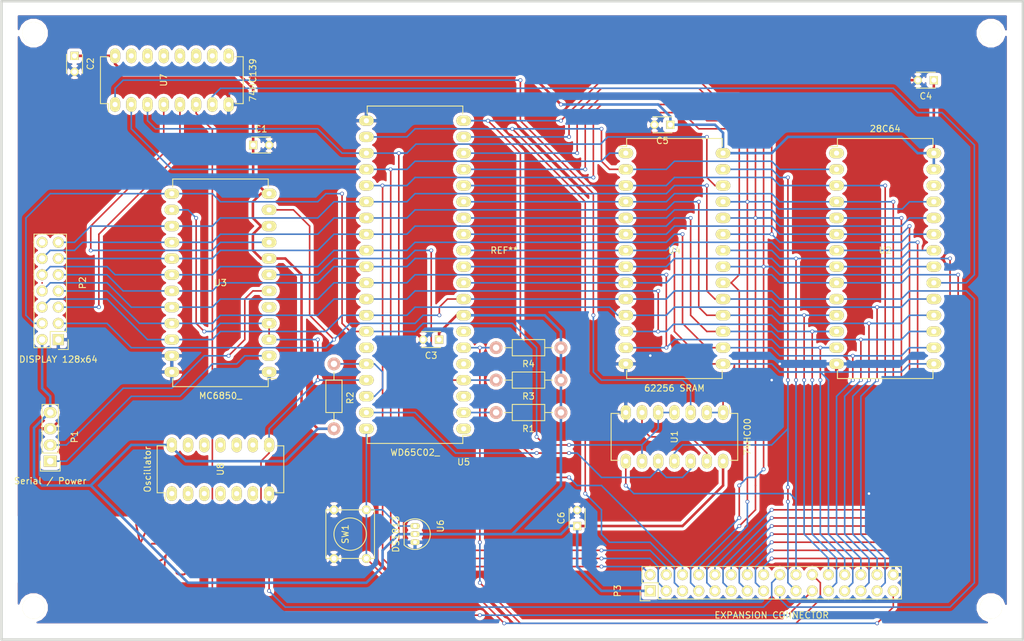
<source format=kicad_pcb>
(kicad_pcb (version 4) (host pcbnew "(2015-08-13 BZR 6091)-product")
  (title_block (title MOUSE_1) (date 2015-08-30) (rev V0.8) (company "Mario Keller") (comment 1 08/2015))
  (layers (0 F.Cu signal) (31 B.Cu signal) (34 B.Paste user) (35 F.Paste user) (36 B.SilkS user) (37 F.SilkS user) (38 B.Mask user) (39 F.Mask user) (44 Edge.Cuts user))
  (net 0 "")
  (net 1 "Net-(P1-Pad1)")
  (net 2 "Net-(P1-Pad2)")
  (net 3 GND)
  (net 4 VCC)
  (net 5 A0)
  (net 6 R/W)
  (net 7 D0)
  (net 8 D1)
  (net 9 D2)
  (net 10 D3)
  (net 11 D4)
  (net 12 D5)
  (net 13 D6)
  (net 14 D7)
  (net 15 "Net-(P2-Pad14)")
  (net 16 "Net-(R1-Pad1)")
  (net 17 "Net-(R2-Pad1)")
  (net 18 /IRQ)
  (net 19 /NMI)
  (net 20 /RESET)
  (net 21 "Net-(U1-Pad3)")
  (net 22 "Net-(U1-Pad13)")
  (net 23 /READ)
  (net 24 PHI2)
  (net 25 /WRITE)
  (net 26 "Net-(U2-Pad1)")
  (net 27 /ROM)
  (net 28 "Net-(U2-Pad26)")
  (net 29 CLOCK)
  (net 30 "Net-(U3-Pad5)")
  (net 31 /ACIA)
  (net 32 A14)
  (net 33 A13)
  (net 34 "Net-(U5-Pad1)")
  (net 35 "Net-(U5-Pad3)")
  (net 36 "Net-(U5-Pad5)")
  (net 37 "Net-(U5-Pad7)")
  (net 38 "Net-(U5-Pad35)")
  (net 39 /IO_1)
  (net 40 "Net-(U8-Pad1)")
  (net 41 /DISPLAY)
  (net 42 A12)
  (net 43 A7)
  (net 44 A6)
  (net 45 A5)
  (net 46 A4)
  (net 47 A3)
  (net 48 A2)
  (net 49 A1)
  (net 50 A10)
  (net 51 A11)
  (net 52 A9)
  (net 53 A8)
  (net 54 A15)
  (module Housings_DIP:DIP-14_W7.62mm_LongPads (layer F.Cu) (at 163.83 101.6 270)
    (fp_text reference U1 (at 3.81 7.62 270) (layer F.SilkS))
    (fp_text value 74HC00 (at 3.81 -3.81 270) (layer F.SilkS))
    (pad 1 thru_hole oval (at 0 0 270) (size 2.3 1.6) (drill 0.8) (layers *.Cu *.Mask F.SilkS) (net 54 A15))
    (pad 2 thru_hole oval (at 0 2.54 270) (size 2.3 1.6) (drill 0.8) (layers *.Cu *.Mask F.SilkS) (net 54 A15))
    (pad 3 thru_hole oval (at 0 5.08 270) (size 2.3 1.6) (drill 0.8) (layers *.Cu *.Mask F.SilkS) (net 21 "Net-(U1-Pad3)"))
    (pad 4 thru_hole oval (at 0 7.62 270) (size 2.3 1.6) (drill 0.8) (layers *.Cu *.Mask F.SilkS) (net 6 R/W))
    (pad 5 thru_hole oval (at 0 10.16 270) (size 2.3 1.6) (drill 0.8) (layers *.Cu *.Mask F.SilkS) (net 6 R/W))
    (pad 6 thru_hole oval (at 0 12.7 270) (size 2.3 1.6) (drill 0.8) (layers *.Cu *.Mask F.SilkS) (net 22 "Net-(U1-Pad13)"))
    (pad 7 thru_hole oval (at 0 15.24 270) (size 2.3 1.6) (drill 0.8) (layers *.Cu *.Mask F.SilkS) (net 3 GND))
    (pad 8 thru_hole oval (at 7.62 15.24 270) (size 2.3 1.6) (drill 0.8) (layers *.Cu *.Mask F.SilkS) (net 23 /READ))
    (pad 9 thru_hole oval (at 7.62 12.7 270) (size 2.3 1.6) (drill 0.8) (layers *.Cu *.Mask F.SilkS) (net 6 R/W))
    (pad 10 thru_hole oval (at 7.62 10.16 270) (size 2.3 1.6) (drill 0.8) (layers *.Cu *.Mask F.SilkS) (net 24 PHI2))
    (pad 11 thru_hole oval (at 7.62 7.62 270) (size 2.3 1.6) (drill 0.8) (layers *.Cu *.Mask F.SilkS) (net 25 /WRITE))
    (pad 12 thru_hole oval (at 7.62 5.08 270) (size 2.3 1.6) (drill 0.8) (layers *.Cu *.Mask F.SilkS) (net 24 PHI2))
    (pad 13 thru_hole oval (at 7.62 2.54 270) (size 2.3 1.6) (drill 0.8) (layers *.Cu *.Mask F.SilkS) (net 22 "Net-(U1-Pad13)"))
    (pad 14 thru_hole oval (at 7.62 0 270) (size 2.3 1.6) (drill 0.8) (layers *.Cu *.Mask F.SilkS) (net 4 VCC))
  )
  (module Capacitors_ThroughHole:C_Disc_D3_P2.5 (layer F.Cu) (at 90.21 59.69)
    (fp_text reference C1 (at 1.25 -2.5) (layer F.SilkS))
    (fp_text value 100nF)
    (pad 1 thru_hole rect (at 0 0) (size 1.3 1.3) (drill 0.8) (layers *.Cu *.Mask F.SilkS) (net 4 VCC))
    (pad 2 thru_hole circle (at 2.5 0) (size 1.3 1.3) (drill 0.8001) (layers *.Cu *.Mask F.SilkS) (net 3 GND))
  )
  (module Capacitors_ThroughHole:C_Disc_D3_P2.5 (layer F.Cu) (at 119.34 90.17 180)
    (fp_text reference C3 (at 1.25 -2.5 180) (layer F.SilkS))
    (fp_text value 100nF)
    (pad 1 thru_hole rect (at 0 0 180) (size 1.3 1.3) (drill 0.8) (layers *.Cu *.Mask F.SilkS) (net 4 VCC))
    (pad 2 thru_hole circle (at 2.5 0 180) (size 1.3 1.3) (drill 0.8001) (layers *.Cu *.Mask F.SilkS) (net 3 GND))
  )
  (module Pin_Headers:Pin_Header_Straight_1x04 (layer F.Cu) (at 58.42 109.22 180)
    (fp_text reference P1 (at -3.81 3.81 270) (layer F.SilkS))
    (fp_text value "Serial / Power" (at 0 -3.1 180) (layer F.SilkS))
    (pad 1 thru_hole rect (at 0 0 180) (size 2.032 1.7272) (drill 1.016) (layers *.Cu *.Mask F.SilkS) (net 1 "Net-(P1-Pad1)"))
    (pad 2 thru_hole oval (at 0 2.54 180) (size 2.032 1.7272) (drill 1.016) (layers *.Cu *.Mask F.SilkS) (net 2 "Net-(P1-Pad2)"))
    (pad 3 thru_hole oval (at 0 5.08 180) (size 2.032 1.7272) (drill 1.016) (layers *.Cu *.Mask F.SilkS) (net 3 GND))
    (pad 4 thru_hole oval (at 0 7.62 180) (size 2.032 1.7272) (drill 1.016) (layers *.Cu *.Mask F.SilkS) (net 4 VCC))
  )
  (module Pin_Headers:Pin_Header_Straight_2x07 (layer F.Cu) (at 59.69 90.17 180)
    (fp_text reference P2 (at -3.81 8.89 270) (layer F.SilkS))
    (fp_text value "DISPLAY 128x64" (at 0 -3.1 180) (layer F.SilkS))
    (pad 1 thru_hole rect (at 0 0 180) (size 1.7272 1.7272) (drill 1.016) (layers *.Cu *.Mask F.SilkS) (net 3 GND))
    (pad 2 thru_hole oval (at 2.54 0 180) (size 1.7272 1.7272) (drill 1.016) (layers *.Cu *.Mask F.SilkS) (net 4 VCC))
    (pad 3 thru_hole oval (at 0 2.54 180) (size 1.7272 1.7272) (drill 1.016) (layers *.Cu *.Mask F.SilkS) (net 5 A0))
    (pad 4 thru_hole oval (at 2.54 2.54 180) (size 1.7272 1.7272) (drill 1.016) (layers *.Cu *.Mask F.SilkS) (net 6 R/W))
    (pad 5 thru_hole oval (at 0 5.08 180) (size 1.7272 1.7272) (drill 1.016) (layers *.Cu *.Mask F.SilkS) (net 41 /DISPLAY))
    (pad 6 thru_hole oval (at 2.54 5.08 180) (size 1.7272 1.7272) (drill 1.016) (layers *.Cu *.Mask F.SilkS) (net 7 D0))
    (pad 7 thru_hole oval (at 0 7.62 180) (size 1.7272 1.7272) (drill 1.016) (layers *.Cu *.Mask F.SilkS) (net 8 D1))
    (pad 8 thru_hole oval (at 2.54 7.62 180) (size 1.7272 1.7272) (drill 1.016) (layers *.Cu *.Mask F.SilkS) (net 9 D2))
    (pad 9 thru_hole oval (at 0 10.16 180) (size 1.7272 1.7272) (drill 1.016) (layers *.Cu *.Mask F.SilkS) (net 10 D3))
    (pad 10 thru_hole oval (at 2.54 10.16 180) (size 1.7272 1.7272) (drill 1.016) (layers *.Cu *.Mask F.SilkS) (net 11 D4))
    (pad 11 thru_hole oval (at 0 12.7 180) (size 1.7272 1.7272) (drill 1.016) (layers *.Cu *.Mask F.SilkS) (net 12 D5))
    (pad 12 thru_hole oval (at 2.54 12.7 180) (size 1.7272 1.7272) (drill 1.016) (layers *.Cu *.Mask F.SilkS) (net 13 D6))
    (pad 13 thru_hole oval (at 0 15.24 180) (size 1.7272 1.7272) (drill 1.016) (layers *.Cu *.Mask F.SilkS) (net 14 D7))
    (pad 14 thru_hole oval (at 2.54 15.24 180) (size 1.7272 1.7272) (drill 1.016) (layers *.Cu *.Mask F.SilkS) (net 15 "Net-(P2-Pad14)"))
  )
  (module Housings_DIP:DIP-28_W15.24mm_LongPads (layer F.Cu) (at 181.61 60.96)
    (fp_text reference U2 (at 7.62 15.24) (layer F.SilkS))
    (fp_text value 28C64 (at 7.62 -3.81) (layer F.SilkS))
    (pad 1 thru_hole oval (at 0 0) (size 2.3 1.6) (drill 0.8) (layers *.Cu *.Mask F.SilkS) (net 26 "Net-(U2-Pad1)"))
    (pad 2 thru_hole oval (at 0 2.54) (size 2.3 1.6) (drill 0.8) (layers *.Cu *.Mask F.SilkS) (net 42 A12))
    (pad 3 thru_hole oval (at 0 5.08) (size 2.3 1.6) (drill 0.8) (layers *.Cu *.Mask F.SilkS) (net 43 A7))
    (pad 4 thru_hole oval (at 0 7.62) (size 2.3 1.6) (drill 0.8) (layers *.Cu *.Mask F.SilkS) (net 44 A6))
    (pad 5 thru_hole oval (at 0 10.16) (size 2.3 1.6) (drill 0.8) (layers *.Cu *.Mask F.SilkS) (net 45 A5))
    (pad 6 thru_hole oval (at 0 12.7) (size 2.3 1.6) (drill 0.8) (layers *.Cu *.Mask F.SilkS) (net 46 A4))
    (pad 7 thru_hole oval (at 0 15.24) (size 2.3 1.6) (drill 0.8) (layers *.Cu *.Mask F.SilkS) (net 47 A3))
    (pad 8 thru_hole oval (at 0 17.78) (size 2.3 1.6) (drill 0.8) (layers *.Cu *.Mask F.SilkS) (net 48 A2))
    (pad 9 thru_hole oval (at 0 20.32) (size 2.3 1.6) (drill 0.8) (layers *.Cu *.Mask F.SilkS) (net 49 A1))
    (pad 10 thru_hole oval (at 0 22.86) (size 2.3 1.6) (drill 0.8) (layers *.Cu *.Mask F.SilkS) (net 5 A0))
    (pad 11 thru_hole oval (at 0 25.4) (size 2.3 1.6) (drill 0.8) (layers *.Cu *.Mask F.SilkS) (net 7 D0))
    (pad 12 thru_hole oval (at 0 27.94) (size 2.3 1.6) (drill 0.8) (layers *.Cu *.Mask F.SilkS) (net 8 D1))
    (pad 13 thru_hole oval (at 0 30.48) (size 2.3 1.6) (drill 0.8) (layers *.Cu *.Mask F.SilkS) (net 9 D2))
    (pad 14 thru_hole oval (at 0 33.02) (size 2.3 1.6) (drill 0.8) (layers *.Cu *.Mask F.SilkS) (net 3 GND))
    (pad 15 thru_hole oval (at 15.24 33.02) (size 2.3 1.6) (drill 0.8) (layers *.Cu *.Mask F.SilkS) (net 10 D3))
    (pad 16 thru_hole oval (at 15.24 30.48) (size 2.3 1.6) (drill 0.8) (layers *.Cu *.Mask F.SilkS) (net 11 D4))
    (pad 17 thru_hole oval (at 15.24 27.94) (size 2.3 1.6) (drill 0.8) (layers *.Cu *.Mask F.SilkS) (net 12 D5))
    (pad 18 thru_hole oval (at 15.24 25.4) (size 2.3 1.6) (drill 0.8) (layers *.Cu *.Mask F.SilkS) (net 13 D6))
    (pad 19 thru_hole oval (at 15.24 22.86) (size 2.3 1.6) (drill 0.8) (layers *.Cu *.Mask F.SilkS) (net 14 D7))
    (pad 20 thru_hole oval (at 15.24 20.32) (size 2.3 1.6) (drill 0.8) (layers *.Cu *.Mask F.SilkS) (net 27 /ROM))
    (pad 21 thru_hole oval (at 15.24 17.78) (size 2.3 1.6) (drill 0.8) (layers *.Cu *.Mask F.SilkS) (net 50 A10))
    (pad 22 thru_hole oval (at 15.24 15.24) (size 2.3 1.6) (drill 0.8) (layers *.Cu *.Mask F.SilkS) (net 23 /READ))
    (pad 23 thru_hole oval (at 15.24 12.7) (size 2.3 1.6) (drill 0.8) (layers *.Cu *.Mask F.SilkS) (net 51 A11))
    (pad 24 thru_hole oval (at 15.24 10.16) (size 2.3 1.6) (drill 0.8) (layers *.Cu *.Mask F.SilkS) (net 52 A9))
    (pad 25 thru_hole oval (at 15.24 7.62) (size 2.3 1.6) (drill 0.8) (layers *.Cu *.Mask F.SilkS) (net 53 A8))
    (pad 26 thru_hole oval (at 15.24 5.08) (size 2.3 1.6) (drill 0.8) (layers *.Cu *.Mask F.SilkS) (net 28 "Net-(U2-Pad26)"))
    (pad 27 thru_hole oval (at 15.24 2.54) (size 2.3 1.6) (drill 0.8) (layers *.Cu *.Mask F.SilkS) (net 4 VCC))
    (pad 28 thru_hole oval (at 15.24 0) (size 2.3 1.6) (drill 0.8) (layers *.Cu *.Mask F.SilkS) (net 4 VCC))
  )
  (module Housings_DIP:DIP-24_W15.24mm_LongPads (layer F.Cu) (at 92.71 95.25 180)
    (fp_text reference U3 (at 7.62 13.97 180) (layer F.SilkS))
    (fp_text value MC6850_ (at 7.62 -3.72 180) (layer F.SilkS))
    (pad 1 thru_hole oval (at 0 0 180) (size 2.3 1.6) (drill 0.8) (layers *.Cu *.Mask F.SilkS) (net 3 GND))
    (pad 2 thru_hole oval (at 0 2.54 180) (size 2.3 1.6) (drill 0.8) (layers *.Cu *.Mask F.SilkS) (net 1 "Net-(P1-Pad1)"))
    (pad 3 thru_hole oval (at 0 5.08 180) (size 2.3 1.6) (drill 0.8) (layers *.Cu *.Mask F.SilkS) (net 29 CLOCK))
    (pad 4 thru_hole oval (at 0 7.62 180) (size 2.3 1.6) (drill 0.8) (layers *.Cu *.Mask F.SilkS) (net 29 CLOCK))
    (pad 5 thru_hole oval (at 0 10.16 180) (size 2.3 1.6) (drill 0.8) (layers *.Cu *.Mask F.SilkS) (net 30 "Net-(U3-Pad5)"))
    (pad 6 thru_hole oval (at 0 12.7 180) (size 2.3 1.6) (drill 0.8) (layers *.Cu *.Mask F.SilkS) (net 2 "Net-(P1-Pad2)"))
    (pad 7 thru_hole oval (at 0 15.24 180) (size 2.3 1.6) (drill 0.8) (layers *.Cu *.Mask F.SilkS) (net 18 /IRQ))
    (pad 8 thru_hole oval (at 0 17.78 180) (size 2.3 1.6) (drill 0.8) (layers *.Cu *.Mask F.SilkS) (net 4 VCC))
    (pad 9 thru_hole oval (at 0 20.32 180) (size 2.3 1.6) (drill 0.8) (layers *.Cu *.Mask F.SilkS) (net 31 /ACIA))
    (pad 10 thru_hole oval (at 0 22.86 180) (size 2.3 1.6) (drill 0.8) (layers *.Cu *.Mask F.SilkS) (net 4 VCC))
    (pad 11 thru_hole oval (at 0 25.4 180) (size 2.3 1.6) (drill 0.8) (layers *.Cu *.Mask F.SilkS) (net 5 A0))
    (pad 12 thru_hole oval (at 0 27.94 180) (size 2.3 1.6) (drill 0.8) (layers *.Cu *.Mask F.SilkS) (net 4 VCC))
    (pad 13 thru_hole oval (at 15.24 27.94 180) (size 2.3 1.6) (drill 0.8) (layers *.Cu *.Mask F.SilkS) (net 6 R/W))
    (pad 14 thru_hole oval (at 15.24 25.4 180) (size 2.3 1.6) (drill 0.8) (layers *.Cu *.Mask F.SilkS) (net 29 CLOCK))
    (pad 15 thru_hole oval (at 15.24 22.86 180) (size 2.3 1.6) (drill 0.8) (layers *.Cu *.Mask F.SilkS) (net 14 D7))
    (pad 16 thru_hole oval (at 15.24 20.32 180) (size 2.3 1.6) (drill 0.8) (layers *.Cu *.Mask F.SilkS) (net 13 D6))
    (pad 17 thru_hole oval (at 15.24 17.78 180) (size 2.3 1.6) (drill 0.8) (layers *.Cu *.Mask F.SilkS) (net 12 D5))
    (pad 18 thru_hole oval (at 15.24 15.24 180) (size 2.3 1.6) (drill 0.8) (layers *.Cu *.Mask F.SilkS) (net 11 D4))
    (pad 19 thru_hole oval (at 15.24 12.7 180) (size 2.3 1.6) (drill 0.8) (layers *.Cu *.Mask F.SilkS) (net 10 D3))
    (pad 20 thru_hole oval (at 15.24 10.16 180) (size 2.3 1.6) (drill 0.8) (layers *.Cu *.Mask F.SilkS) (net 9 D2))
    (pad 21 thru_hole oval (at 15.24 7.62 180) (size 2.3 1.6) (drill 0.8) (layers *.Cu *.Mask F.SilkS) (net 8 D1))
    (pad 22 thru_hole oval (at 15.24 5.08 180) (size 2.3 1.6) (drill 0.8) (layers *.Cu *.Mask F.SilkS) (net 7 D0))
    (pad 23 thru_hole oval (at 15.24 2.54 180) (size 2.3 1.6) (drill 0.8) (layers *.Cu *.Mask F.SilkS) (net 3 GND))
    (pad 24 thru_hole oval (at 15.24 0 180) (size 2.3 1.6) (drill 0.8) (layers *.Cu *.Mask F.SilkS) (net 3 GND))
  )
  (module Housings_DIP:DIP-28_W15.24mm_LongPads (layer F.Cu) (at 148.59 60.96)
    (fp_text reference U4 (at 7.62 15.24) (layer F.SilkS))
    (fp_text value "62256 SRAM" (at 7.62 36.83) (layer F.SilkS))
    (pad 1 thru_hole oval (at 0 0) (size 2.3 1.6) (drill 0.8) (layers *.Cu *.Mask F.SilkS) (net 32 A14))
    (pad 2 thru_hole oval (at 0 2.54) (size 2.3 1.6) (drill 0.8) (layers *.Cu *.Mask F.SilkS) (net 42 A12))
    (pad 3 thru_hole oval (at 0 5.08) (size 2.3 1.6) (drill 0.8) (layers *.Cu *.Mask F.SilkS) (net 43 A7))
    (pad 4 thru_hole oval (at 0 7.62) (size 2.3 1.6) (drill 0.8) (layers *.Cu *.Mask F.SilkS) (net 44 A6))
    (pad 5 thru_hole oval (at 0 10.16) (size 2.3 1.6) (drill 0.8) (layers *.Cu *.Mask F.SilkS) (net 45 A5))
    (pad 6 thru_hole oval (at 0 12.7) (size 2.3 1.6) (drill 0.8) (layers *.Cu *.Mask F.SilkS) (net 46 A4))
    (pad 7 thru_hole oval (at 0 15.24) (size 2.3 1.6) (drill 0.8) (layers *.Cu *.Mask F.SilkS) (net 47 A3))
    (pad 8 thru_hole oval (at 0 17.78) (size 2.3 1.6) (drill 0.8) (layers *.Cu *.Mask F.SilkS) (net 48 A2))
    (pad 9 thru_hole oval (at 0 20.32) (size 2.3 1.6) (drill 0.8) (layers *.Cu *.Mask F.SilkS) (net 49 A1))
    (pad 10 thru_hole oval (at 0 22.86) (size 2.3 1.6) (drill 0.8) (layers *.Cu *.Mask F.SilkS) (net 5 A0))
    (pad 11 thru_hole oval (at 0 25.4) (size 2.3 1.6) (drill 0.8) (layers *.Cu *.Mask F.SilkS) (net 7 D0))
    (pad 12 thru_hole oval (at 0 27.94) (size 2.3 1.6) (drill 0.8) (layers *.Cu *.Mask F.SilkS) (net 8 D1))
    (pad 13 thru_hole oval (at 0 30.48) (size 2.3 1.6) (drill 0.8) (layers *.Cu *.Mask F.SilkS) (net 9 D2))
    (pad 14 thru_hole oval (at 0 33.02) (size 2.3 1.6) (drill 0.8) (layers *.Cu *.Mask F.SilkS) (net 3 GND))
    (pad 15 thru_hole oval (at 15.24 33.02) (size 2.3 1.6) (drill 0.8) (layers *.Cu *.Mask F.SilkS) (net 10 D3))
    (pad 16 thru_hole oval (at 15.24 30.48) (size 2.3 1.6) (drill 0.8) (layers *.Cu *.Mask F.SilkS) (net 11 D4))
    (pad 17 thru_hole oval (at 15.24 27.94) (size 2.3 1.6) (drill 0.8) (layers *.Cu *.Mask F.SilkS) (net 12 D5))
    (pad 18 thru_hole oval (at 15.24 25.4) (size 2.3 1.6) (drill 0.8) (layers *.Cu *.Mask F.SilkS) (net 13 D6))
    (pad 19 thru_hole oval (at 15.24 22.86) (size 2.3 1.6) (drill 0.8) (layers *.Cu *.Mask F.SilkS) (net 14 D7))
    (pad 20 thru_hole oval (at 15.24 20.32) (size 2.3 1.6) (drill 0.8) (layers *.Cu *.Mask F.SilkS) (net 54 A15))
    (pad 21 thru_hole oval (at 15.24 17.78) (size 2.3 1.6) (drill 0.8) (layers *.Cu *.Mask F.SilkS) (net 50 A10))
    (pad 22 thru_hole oval (at 15.24 15.24) (size 2.3 1.6) (drill 0.8) (layers *.Cu *.Mask F.SilkS) (net 23 /READ))
    (pad 23 thru_hole oval (at 15.24 12.7) (size 2.3 1.6) (drill 0.8) (layers *.Cu *.Mask F.SilkS) (net 51 A11))
    (pad 24 thru_hole oval (at 15.24 10.16) (size 2.3 1.6) (drill 0.8) (layers *.Cu *.Mask F.SilkS) (net 52 A9))
    (pad 25 thru_hole oval (at 15.24 7.62) (size 2.3 1.6) (drill 0.8) (layers *.Cu *.Mask F.SilkS) (net 53 A8))
    (pad 26 thru_hole oval (at 15.24 5.08) (size 2.3 1.6) (drill 0.8) (layers *.Cu *.Mask F.SilkS) (net 33 A13))
    (pad 27 thru_hole oval (at 15.24 2.54) (size 2.3 1.6) (drill 0.8) (layers *.Cu *.Mask F.SilkS) (net 25 /WRITE))
    (pad 28 thru_hole oval (at 15.24 0) (size 2.3 1.6) (drill 0.8) (layers *.Cu *.Mask F.SilkS) (net 4 VCC))
  )
  (module Housings_DIP:DIP-40_W15.24mm_LongPads (layer F.Cu) (at 123.19 104.14 180)
    (fp_text reference U5 (at 0 -5.22 180) (layer F.SilkS))
    (fp_text value WD65C02_ (at 7.62 -3.72 180) (layer F.SilkS))
    (pad 1 thru_hole oval (at 0 0 180) (size 2.3 1.6) (drill 0.8) (layers *.Cu *.Mask F.SilkS) (net 34 "Net-(U5-Pad1)"))
    (pad 2 thru_hole oval (at 0 2.54 180) (size 2.3 1.6) (drill 0.8) (layers *.Cu *.Mask F.SilkS) (net 16 "Net-(R1-Pad1)"))
    (pad 3 thru_hole oval (at 0 5.08 180) (size 2.3 1.6) (drill 0.8) (layers *.Cu *.Mask F.SilkS) (net 35 "Net-(U5-Pad3)"))
    (pad 4 thru_hole oval (at 0 7.62 180) (size 2.3 1.6) (drill 0.8) (layers *.Cu *.Mask F.SilkS) (net 18 /IRQ))
    (pad 5 thru_hole oval (at 0 10.16 180) (size 2.3 1.6) (drill 0.8) (layers *.Cu *.Mask F.SilkS) (net 36 "Net-(U5-Pad5)"))
    (pad 6 thru_hole oval (at 0 12.7 180) (size 2.3 1.6) (drill 0.8) (layers *.Cu *.Mask F.SilkS) (net 19 /NMI))
    (pad 7 thru_hole oval (at 0 15.24 180) (size 2.3 1.6) (drill 0.8) (layers *.Cu *.Mask F.SilkS) (net 37 "Net-(U5-Pad7)"))
    (pad 8 thru_hole oval (at 0 17.78 180) (size 2.3 1.6) (drill 0.8) (layers *.Cu *.Mask F.SilkS) (net 4 VCC))
    (pad 9 thru_hole oval (at 0 20.32 180) (size 2.3 1.6) (drill 0.8) (layers *.Cu *.Mask F.SilkS) (net 5 A0))
    (pad 10 thru_hole oval (at 0 22.86 180) (size 2.3 1.6) (drill 0.8) (layers *.Cu *.Mask F.SilkS) (net 49 A1))
    (pad 11 thru_hole oval (at 0 25.4 180) (size 2.3 1.6) (drill 0.8) (layers *.Cu *.Mask F.SilkS) (net 48 A2))
    (pad 12 thru_hole oval (at 0 27.94 180) (size 2.3 1.6) (drill 0.8) (layers *.Cu *.Mask F.SilkS) (net 47 A3))
    (pad 13 thru_hole oval (at 0 30.48 180) (size 2.3 1.6) (drill 0.8) (layers *.Cu *.Mask F.SilkS) (net 46 A4))
    (pad 14 thru_hole oval (at 0 33.02 180) (size 2.3 1.6) (drill 0.8) (layers *.Cu *.Mask F.SilkS) (net 45 A5))
    (pad 15 thru_hole oval (at 0 35.56 180) (size 2.3 1.6) (drill 0.8) (layers *.Cu *.Mask F.SilkS) (net 44 A6))
    (pad 16 thru_hole oval (at 0 38.1 180) (size 2.3 1.6) (drill 0.8) (layers *.Cu *.Mask F.SilkS) (net 43 A7))
    (pad 17 thru_hole oval (at 0 40.64 180) (size 2.3 1.6) (drill 0.8) (layers *.Cu *.Mask F.SilkS) (net 53 A8))
    (pad 18 thru_hole oval (at 0 43.18 180) (size 2.3 1.6) (drill 0.8) (layers *.Cu *.Mask F.SilkS) (net 52 A9))
    (pad 19 thru_hole oval (at 0 45.72 180) (size 2.3 1.6) (drill 0.8) (layers *.Cu *.Mask F.SilkS) (net 50 A10))
    (pad 20 thru_hole oval (at 0 48.26 180) (size 2.3 1.6) (drill 0.8) (layers *.Cu *.Mask F.SilkS) (net 51 A11))
    (pad 21 thru_hole oval (at 15.24 48.26 180) (size 2.3 1.6) (drill 0.8) (layers *.Cu *.Mask F.SilkS) (net 3 GND))
    (pad 22 thru_hole oval (at 15.24 45.72 180) (size 2.3 1.6) (drill 0.8) (layers *.Cu *.Mask F.SilkS) (net 42 A12))
    (pad 23 thru_hole oval (at 15.24 43.18 180) (size 2.3 1.6) (drill 0.8) (layers *.Cu *.Mask F.SilkS) (net 33 A13))
    (pad 24 thru_hole oval (at 15.24 40.64 180) (size 2.3 1.6) (drill 0.8) (layers *.Cu *.Mask F.SilkS) (net 32 A14))
    (pad 25 thru_hole oval (at 15.24 38.1 180) (size 2.3 1.6) (drill 0.8) (layers *.Cu *.Mask F.SilkS) (net 54 A15))
    (pad 26 thru_hole oval (at 15.24 35.56 180) (size 2.3 1.6) (drill 0.8) (layers *.Cu *.Mask F.SilkS) (net 14 D7))
    (pad 27 thru_hole oval (at 15.24 33.02 180) (size 2.3 1.6) (drill 0.8) (layers *.Cu *.Mask F.SilkS) (net 13 D6))
    (pad 28 thru_hole oval (at 15.24 30.48 180) (size 2.3 1.6) (drill 0.8) (layers *.Cu *.Mask F.SilkS) (net 12 D5))
    (pad 29 thru_hole oval (at 15.24 27.94 180) (size 2.3 1.6) (drill 0.8) (layers *.Cu *.Mask F.SilkS) (net 11 D4))
    (pad 30 thru_hole oval (at 15.24 25.4 180) (size 2.3 1.6) (drill 0.8) (layers *.Cu *.Mask F.SilkS) (net 10 D3))
    (pad 31 thru_hole oval (at 15.24 22.86 180) (size 2.3 1.6) (drill 0.8) (layers *.Cu *.Mask F.SilkS) (net 9 D2))
    (pad 32 thru_hole oval (at 15.24 20.32 180) (size 2.3 1.6) (drill 0.8) (layers *.Cu *.Mask F.SilkS) (net 8 D1))
    (pad 33 thru_hole oval (at 15.24 17.78 180) (size 2.3 1.6) (drill 0.8) (layers *.Cu *.Mask F.SilkS) (net 7 D0))
    (pad 34 thru_hole oval (at 15.24 15.24 180) (size 2.3 1.6) (drill 0.8) (layers *.Cu *.Mask F.SilkS) (net 6 R/W))
    (pad 35 thru_hole oval (at 15.24 12.7 180) (size 2.3 1.6) (drill 0.8) (layers *.Cu *.Mask F.SilkS) (net 38 "Net-(U5-Pad35)"))
    (pad 36 thru_hole oval (at 15.24 10.16 180) (size 2.3 1.6) (drill 0.8) (layers *.Cu *.Mask F.SilkS) (net 17 "Net-(R2-Pad1)"))
    (pad 37 thru_hole oval (at 15.24 7.62 180) (size 2.3 1.6) (drill 0.8) (layers *.Cu *.Mask F.SilkS) (net 29 CLOCK))
    (pad 38 thru_hole oval (at 15.24 5.08 180) (size 2.3 1.6) (drill 0.8) (layers *.Cu *.Mask F.SilkS) (net 17 "Net-(R2-Pad1)"))
    (pad 39 thru_hole oval (at 15.24 2.54 180) (size 2.3 1.6) (drill 0.8) (layers *.Cu *.Mask F.SilkS) (net 24 PHI2))
    (pad 40 thru_hole oval (at 15.24 0 180) (size 2.3 1.6) (drill 0.8) (layers *.Cu *.Mask F.SilkS) (net 20 /RESET))
  )
  (module Housings_DIP:DIP-14_W7.62mm_LongPads (layer F.Cu) (at 77.47 114.3 90)
    (fp_text reference U8 (at 3.81 7.62 90) (layer F.SilkS))
    (fp_text value Oscillator (at 3.81 -3.81 90) (layer F.SilkS))
    (pad 1 thru_hole oval (at 0 0 90) (size 2.3 1.6) (drill 0.8) (layers *.Cu *.Mask F.SilkS) (net 40 "Net-(U8-Pad1)"))
    (pad 2 thru_hole oval (at 0 2.54 90) (size 2.3 1.6) (drill 0.8) (layers *.Cu *.Mask F.SilkS))
    (pad 3 thru_hole oval (at 0 5.08 90) (size 2.3 1.6) (drill 0.8) (layers *.Cu *.Mask F.SilkS))
    (pad 4 thru_hole oval (at 0 7.62 90) (size 2.3 1.6) (drill 0.8) (layers *.Cu *.Mask F.SilkS))
    (pad 5 thru_hole oval (at 0 10.16 90) (size 2.3 1.6) (drill 0.8) (layers *.Cu *.Mask F.SilkS))
    (pad 6 thru_hole oval (at 0 12.7 90) (size 2.3 1.6) (drill 0.8) (layers *.Cu *.Mask F.SilkS))
    (pad 7 thru_hole oval (at 0 15.24 90) (size 2.3 1.6) (drill 0.8) (layers *.Cu *.Mask F.SilkS) (net 3 GND))
    (pad 8 thru_hole oval (at 7.62 15.24 90) (size 2.3 1.6) (drill 0.8) (layers *.Cu *.Mask F.SilkS) (net 29 CLOCK))
    (pad 9 thru_hole oval (at 7.62 12.7 90) (size 2.3 1.6) (drill 0.8) (layers *.Cu *.Mask F.SilkS))
    (pad 10 thru_hole oval (at 7.62 10.16 90) (size 2.3 1.6) (drill 0.8) (layers *.Cu *.Mask F.SilkS))
    (pad 11 thru_hole oval (at 7.62 7.62 90) (size 2.3 1.6) (drill 0.8) (layers *.Cu *.Mask F.SilkS))
    (pad 12 thru_hole oval (at 7.62 5.08 90) (size 2.3 1.6) (drill 0.8) (layers *.Cu *.Mask F.SilkS))
    (pad 13 thru_hole oval (at 7.62 2.54 90) (size 2.3 1.6) (drill 0.8) (layers *.Cu *.Mask F.SilkS))
    (pad 14 thru_hole oval (at 7.62 0 90) (size 2.3 1.6) (drill 0.8) (layers *.Cu *.Mask F.SilkS) (net 4 VCC))
  )
  (module Capacitors_ThroughHole:C_Disc_D3_P2.5 (layer F.Cu) (at 62.23 45.72 270)
    (fp_text reference C2 (at 1.25 -2.5 270) (layer F.SilkS))
    (fp_text value 100nF)
    (pad 1 thru_hole rect (at 0 0 270) (size 1.3 1.3) (drill 0.8) (layers *.Cu *.Mask F.SilkS) (net 4 VCC))
    (pad 2 thru_hole circle (at 2.5 0 270) (size 1.3 1.3) (drill 0.8001) (layers *.Cu *.Mask F.SilkS) (net 3 GND))
  )
  (module Capacitors_ThroughHole:C_Disc_D3_P2.5 (layer F.Cu) (at 196.85 49.53 180)
    (fp_text reference C4 (at 1.25 -2.5 180) (layer F.SilkS))
    (fp_text value 100nF)
    (pad 1 thru_hole rect (at 0 0 180) (size 1.3 1.3) (drill 0.8) (layers *.Cu *.Mask F.SilkS) (net 4 VCC))
    (pad 2 thru_hole circle (at 2.5 0 180) (size 1.3 1.3) (drill 0.8001) (layers *.Cu *.Mask F.SilkS) (net 3 GND))
  )
  (module Capacitors_ThroughHole:C_Disc_D3_P2.5 (layer F.Cu) (at 155.575 56.515 180)
    (fp_text reference C5 (at 1.25 -2.5 180) (layer F.SilkS))
    (fp_text value 100nF)
    (pad 1 thru_hole rect (at 0 0 180) (size 1.3 1.3) (drill 0.8) (layers *.Cu *.Mask F.SilkS) (net 4 VCC))
    (pad 2 thru_hole circle (at 2.5 0 180) (size 1.3 1.3) (drill 0.8001) (layers *.Cu *.Mask F.SilkS) (net 3 GND))
  )
  (module Capacitors_ThroughHole:C_Disc_D3_P2.5 (layer F.Cu) (at 140.97 119.38 90)
    (fp_text reference C6 (at 1.25 -2.5 90) (layer F.SilkS))
    (fp_text value 100nF)
    (pad 1 thru_hole rect (at 0 0 90) (size 1.3 1.3) (drill 0.8) (layers *.Cu *.Mask F.SilkS) (net 4 VCC))
    (pad 2 thru_hole circle (at 2.5 0 90) (size 1.3 1.3) (drill 0.8001) (layers *.Cu *.Mask F.SilkS) (net 3 GND))
  )
  (module Resistors_ThroughHole:Resistor_Horizontal_RM10mm (layer F.Cu) (at 133.35 101.6)
    (fp_text reference R1 (at 0 2.54) (layer F.SilkS))
    (fp_text value 4k7)
    (pad 1 thru_hole circle (at -5.08 0) (size 1.99898 1.99898) (drill 1.00076) (layers *.Cu *.SilkS *.Mask) (net 16 "Net-(R1-Pad1)"))
    (pad 2 thru_hole circle (at 5.08 0) (size 1.99898 1.99898) (drill 1.00076) (layers *.Cu *.SilkS *.Mask) (net 4 VCC))
  )
  (module Resistors_ThroughHole:Resistor_Horizontal_RM10mm (layer F.Cu) (at 102.87 99.06 270)
    (fp_text reference R2 (at 0.24892 -2.54 270) (layer F.SilkS))
    (fp_text value 4k7)
    (pad 1 thru_hole circle (at -5.08 0 270) (size 1.99898 1.99898) (drill 1.00076) (layers *.Cu *.SilkS *.Mask) (net 17 "Net-(R2-Pad1)"))
    (pad 2 thru_hole circle (at 5.08 0 270) (size 1.99898 1.99898) (drill 1.00076) (layers *.Cu *.SilkS *.Mask) (net 4 VCC))
  )
  (module Resistors_ThroughHole:Resistor_Horizontal_RM10mm (layer F.Cu) (at 133.35 96.52)
    (fp_text reference R3 (at 0 2.54) (layer F.SilkS))
    (fp_text value 4k7)
    (pad 1 thru_hole circle (at -5.08 0) (size 1.99898 1.99898) (drill 1.00076) (layers *.Cu *.SilkS *.Mask) (net 18 /IRQ))
    (pad 2 thru_hole circle (at 5.08 0) (size 1.99898 1.99898) (drill 1.00076) (layers *.Cu *.SilkS *.Mask) (net 4 VCC))
  )
  (module Resistors_ThroughHole:Resistor_Horizontal_RM10mm (layer F.Cu) (at 133.35 91.44)
    (fp_text reference R4 (at 0 2.54) (layer F.SilkS))
    (fp_text value 4k7)
    (pad 1 thru_hole circle (at -5.08 0) (size 1.99898 1.99898) (drill 1.00076) (layers *.Cu *.SilkS *.Mask) (net 19 /NMI))
    (pad 2 thru_hole circle (at 5.08 0) (size 1.99898 1.99898) (drill 1.00076) (layers *.Cu *.SilkS *.Mask) (net 4 VCC))
  )
  (module Buttons_Switches_ThroughHole:SW_PUSH_SMALL (layer F.Cu) (at 105.41 120.65 90)
    (fp_text reference SW1 (at 0 -0.762 90) (layer F.SilkS))
    (fp_text value SW_PUSH)
    (pad 1 thru_hole circle (at 3.81 -2.54 90) (size 1.397 1.397) (drill 0.8128) (layers *.Cu *.Mask F.SilkS) (net 3 GND))
    (pad 2 thru_hole circle (at 3.81 2.54 90) (size 1.397 1.397) (drill 0.8128) (layers *.Cu *.Mask F.SilkS) (net 20 /RESET))
    (pad 1 thru_hole circle (at -3.81 -2.54 90) (size 1.397 1.397) (drill 0.8128) (layers *.Cu *.Mask F.SilkS) (net 3 GND))
    (pad 2 thru_hole circle (at -3.81 2.54 90) (size 1.397 1.397) (drill 0.8128) (layers *.Cu *.Mask F.SilkS) (net 20 /RESET))
  )
  (module Housings_TO-92:TO-92_Inline_Narrow_Oval (layer F.Cu) (at 115.57 119.38 270)
    (fp_text reference U6 (at 0 -4 270) (layer F.SilkS))
    (fp_text value DS1813 (at 1.27 3 270) (layer F.SilkS))
    (pad 2 thru_hole oval (at 1.27 0 90) (size 0.89916 1.50114) (drill 0.6) (layers *.Cu *.Mask F.SilkS) (net 4 VCC))
    (pad 3 thru_hole oval (at 2.54 0 90) (size 0.89916 1.50114) (drill 0.6) (layers *.Cu *.Mask F.SilkS) (net 3 GND))
    (pad 1 thru_hole oval (at 0 0 90) (size 0.89916 1.50114) (drill 0.6) (layers *.Cu *.Mask F.SilkS) (net 20 /RESET))
  )
  (module Housings_DIP:DIP-16_W7.62mm_LongPads (layer F.Cu) (at 68.58 53.34 90)
    (fp_text reference U7 (at 3.81 7.62 90) (layer F.SilkS))
    (fp_text value 74HC139 (at 3.81 21.59 90) (layer F.SilkS))
    (pad 1 thru_hole oval (at 0 0 90) (size 2.3 1.6) (drill 0.8) (layers *.Cu *.Mask F.SilkS) (net 21 "Net-(U1-Pad3)"))
    (pad 2 thru_hole oval (at 0 2.54 90) (size 2.3 1.6) (drill 0.8) (layers *.Cu *.Mask F.SilkS) (net 32 A14))
    (pad 3 thru_hole oval (at 0 5.08 90) (size 2.3 1.6) (drill 0.8) (layers *.Cu *.Mask F.SilkS) (net 33 A13))
    (pad 4 thru_hole oval (at 0 7.62 90) (size 2.3 1.6) (drill 0.8) (layers *.Cu *.Mask F.SilkS) (net 31 /ACIA))
    (pad 5 thru_hole oval (at 0 10.16 90) (size 2.3 1.6) (drill 0.8) (layers *.Cu *.Mask F.SilkS) (net 41 /DISPLAY))
    (pad 6 thru_hole oval (at 0 12.7 90) (size 2.3 1.6) (drill 0.8) (layers *.Cu *.Mask F.SilkS) (net 39 /IO_1))
    (pad 7 thru_hole oval (at 0 15.24 90) (size 2.3 1.6) (drill 0.8) (layers *.Cu *.Mask F.SilkS) (net 27 /ROM))
    (pad 8 thru_hole oval (at 0 17.78 90) (size 2.3 1.6) (drill 0.8) (layers *.Cu *.Mask F.SilkS) (net 3 GND))
    (pad 9 thru_hole oval (at 7.62 17.78 90) (size 2.3 1.6) (drill 0.8) (layers *.Cu *.Mask F.SilkS))
    (pad 10 thru_hole oval (at 7.62 15.24 90) (size 2.3 1.6) (drill 0.8) (layers *.Cu *.Mask F.SilkS))
    (pad 11 thru_hole oval (at 7.62 12.7 90) (size 2.3 1.6) (drill 0.8) (layers *.Cu *.Mask F.SilkS))
    (pad 12 thru_hole oval (at 7.62 10.16 90) (size 2.3 1.6) (drill 0.8) (layers *.Cu *.Mask F.SilkS))
    (pad 13 thru_hole oval (at 7.62 7.62 90) (size 2.3 1.6) (drill 0.8) (layers *.Cu *.Mask F.SilkS))
    (pad 14 thru_hole oval (at 7.62 5.08 90) (size 2.3 1.6) (drill 0.8) (layers *.Cu *.Mask F.SilkS))
    (pad 15 thru_hole oval (at 7.62 2.54 90) (size 2.3 1.6) (drill 0.8) (layers *.Cu *.Mask F.SilkS))
    (pad 16 thru_hole oval (at 7.62 0 90) (size 2.3 1.6) (drill 0.8) (layers *.Cu *.Mask F.SilkS) (net 4 VCC))
  )
  (module Pin_Headers:Pin_Header_Straight_2x16 (layer F.Cu) (at 152.4 129.54 90)
    (fp_text reference P3 (at 0 -5.1 90) (layer F.SilkS))
    (fp_text value "EXPANSION CONNECTOR" (at -3.81 19.05 180) (layer F.SilkS))
    (pad 1 thru_hole rect (at 0 0 90) (size 1.7272 1.7272) (drill 1.016) (layers *.Cu *.Mask F.SilkS) (net 4 VCC))
    (pad 2 thru_hole oval (at 2.54 0 90) (size 1.7272 1.7272) (drill 1.016) (layers *.Cu *.Mask F.SilkS) (net 54 A15))
    (pad 3 thru_hole oval (at 0 2.54 90) (size 1.7272 1.7272) (drill 1.016) (layers *.Cu *.Mask F.SilkS) (net 32 A14))
    (pad 4 thru_hole oval (at 2.54 2.54 90) (size 1.7272 1.7272) (drill 1.016) (layers *.Cu *.Mask F.SilkS) (net 33 A13))
    (pad 5 thru_hole oval (at 0 5.08 90) (size 1.7272 1.7272) (drill 1.016) (layers *.Cu *.Mask F.SilkS) (net 42 A12))
    (pad 6 thru_hole oval (at 2.54 5.08 90) (size 1.7272 1.7272) (drill 1.016) (layers *.Cu *.Mask F.SilkS) (net 51 A11))
    (pad 7 thru_hole oval (at 0 7.62 90) (size 1.7272 1.7272) (drill 1.016) (layers *.Cu *.Mask F.SilkS) (net 50 A10))
    (pad 8 thru_hole oval (at 2.54 7.62 90) (size 1.7272 1.7272) (drill 1.016) (layers *.Cu *.Mask F.SilkS) (net 52 A9))
    (pad 9 thru_hole oval (at 0 10.16 90) (size 1.7272 1.7272) (drill 1.016) (layers *.Cu *.Mask F.SilkS) (net 53 A8))
    (pad 10 thru_hole oval (at 2.54 10.16 90) (size 1.7272 1.7272) (drill 1.016) (layers *.Cu *.Mask F.SilkS) (net 43 A7))
    (pad 11 thru_hole oval (at 0 12.7 90) (size 1.7272 1.7272) (drill 1.016) (layers *.Cu *.Mask F.SilkS) (net 44 A6))
    (pad 12 thru_hole oval (at 2.54 12.7 90) (size 1.7272 1.7272) (drill 1.016) (layers *.Cu *.Mask F.SilkS) (net 45 A5))
    (pad 13 thru_hole oval (at 0 15.24 90) (size 1.7272 1.7272) (drill 1.016) (layers *.Cu *.Mask F.SilkS) (net 46 A4))
    (pad 14 thru_hole oval (at 2.54 15.24 90) (size 1.7272 1.7272) (drill 1.016) (layers *.Cu *.Mask F.SilkS) (net 47 A3))
    (pad 15 thru_hole oval (at 0 17.78 90) (size 1.7272 1.7272) (drill 1.016) (layers *.Cu *.Mask F.SilkS) (net 48 A2))
    (pad 16 thru_hole oval (at 2.54 17.78 90) (size 1.7272 1.7272) (drill 1.016) (layers *.Cu *.Mask F.SilkS) (net 49 A1))
    (pad 17 thru_hole oval (at 0 20.32 90) (size 1.7272 1.7272) (drill 1.016) (layers *.Cu *.Mask F.SilkS) (net 5 A0))
    (pad 18 thru_hole oval (at 2.54 20.32 90) (size 1.7272 1.7272) (drill 1.016) (layers *.Cu *.Mask F.SilkS) (net 29 CLOCK))
    (pad 19 thru_hole oval (at 0 22.86 90) (size 1.7272 1.7272) (drill 1.016) (layers *.Cu *.Mask F.SilkS) (net 25 /WRITE))
    (pad 20 thru_hole oval (at 2.54 22.86 90) (size 1.7272 1.7272) (drill 1.016) (layers *.Cu *.Mask F.SilkS) (net 23 /READ))
    (pad 21 thru_hole oval (at 0 25.4 90) (size 1.7272 1.7272) (drill 1.016) (layers *.Cu *.Mask F.SilkS) (net 39 /IO_1))
    (pad 22 thru_hole oval (at 2.54 25.4 90) (size 1.7272 1.7272) (drill 1.016) (layers *.Cu *.Mask F.SilkS) (net 19 /NMI))
    (pad 23 thru_hole oval (at 0 27.94 90) (size 1.7272 1.7272) (drill 1.016) (layers *.Cu *.Mask F.SilkS) (net 8 D1))
    (pad 24 thru_hole oval (at 2.54 27.94 90) (size 1.7272 1.7272) (drill 1.016) (layers *.Cu *.Mask F.SilkS) (net 7 D0))
    (pad 25 thru_hole oval (at 0 30.48 90) (size 1.7272 1.7272) (drill 1.016) (layers *.Cu *.Mask F.SilkS) (net 10 D3))
    (pad 26 thru_hole oval (at 2.54 30.48 90) (size 1.7272 1.7272) (drill 1.016) (layers *.Cu *.Mask F.SilkS) (net 9 D2))
    (pad 27 thru_hole oval (at 0 33.02 90) (size 1.7272 1.7272) (drill 1.016) (layers *.Cu *.Mask F.SilkS) (net 12 D5))
    (pad 28 thru_hole oval (at 2.54 33.02 90) (size 1.7272 1.7272) (drill 1.016) (layers *.Cu *.Mask F.SilkS) (net 11 D4))
    (pad 29 thru_hole oval (at 0 35.56 90) (size 1.7272 1.7272) (drill 1.016) (layers *.Cu *.Mask F.SilkS) (net 14 D7))
    (pad 30 thru_hole oval (at 2.54 35.56 90) (size 1.7272 1.7272) (drill 1.016) (layers *.Cu *.Mask F.SilkS) (net 13 D6))
    (pad 31 thru_hole oval (at 0 38.1 90) (size 1.7272 1.7272) (drill 1.016) (layers *.Cu *.Mask F.SilkS) (net 20 /RESET))
    (pad 32 thru_hole oval (at 2.54 38.1 90) (size 1.7272 1.7272) (drill 1.016) (layers *.Cu *.Mask F.SilkS) (net 3 GND))
  )
  (module EuroBoard_Outline:EuroBoard160mmX100mm_holes (layer F.Cu) (at 50.8 137.16)
    (fp_text reference REF** (at 78.74 -60.96) (layer F.SilkS))
    (fp_text value EuroBoard160mmX100mm_holes)
    (fp_line (start 0 -99.9998) (end 0 0) (layer Edge.Cuts) (width 0.381))
    (fp_line (start 0 0) (end 159.99968 0) (layer Edge.Cuts) (width 0.381))
    (fp_line (start 159.99968 0) (end 159.99968 -99.9998) (layer Edge.Cuts) (width 0.381))
    (fp_line (start 159.99968 -99.9998) (end 0 -99.9998) (layer Edge.Cuts) (width 0.381))
    (pad "" np_thru_hole circle (at 5.00126 -95.00108) (size 3.50012 3.50012) (drill 3.50012) (layers *.Cu *.Mask F.SilkS))
    (pad "" np_thru_hole circle (at 155.00096 -95.00108) (size 3.50012 3.50012) (drill 3.50012) (layers *.Cu *.Mask F.SilkS))
    (pad "" np_thru_hole circle (at 155.00096 -5.00126) (size 3.50012 3.50012) (drill 3.50012) (layers *.Cu *.Mask F.SilkS))
    (pad "" np_thru_hole circle (at 5.00126 -5.00126) (size 3.50012 3.50012) (drill 3.50012) (layers *.Cu *.Mask F.SilkS))
  )
  (gr_text "MOUSE V1.0\nMK @ 2015" (at 67.31 123.19) (layer F.Cu) (effects (font (size 3 3) (thickness 0.3) italic)))
  (segment (start 57.15 81.28) (end 57.15 81.307399) (width 0.25) (layer F.Cu) (net 0))
  (segment (start 87.63 93.98) (end 88.9 92.71) (width 0.25) (layer B.Cu) (net 1))
  (segment (start 88.9 92.71) (end 92.71 92.71) (width 0.25) (layer B.Cu) (net 1))
  (segment (start 83.82 93.98) (end 87.63 93.98) (width 0.25) (layer B.Cu) (net 1))
  (segment (start 78.74 99.06) (end 83.82 93.98) (width 0.25) (layer B.Cu) (net 1))
  (segment (start 71.12 99.06) (end 78.74 99.06) (width 0.25) (layer B.Cu) (net 1))
  (segment (start 60.96 109.22) (end 71.12 99.06) (width 0.25) (layer B.Cu) (net 1))
  (segment (start 58.42 109.22) (end 60.96 109.22) (width 0.25) (layer B.Cu) (net 1))
  (segment (start 90.17 82.55) (end 92.71 82.55) (width 0.25) (layer F.Cu) (net 2))
  (segment (start 88.9 83.82) (end 90.17 82.55) (width 0.25) (layer F.Cu) (net 2))
  (segment (start 88.9 90.17) (end 88.9 83.82) (width 0.25) (layer F.Cu) (net 2))
  (segment (start 86.36 92.71) (end 88.9 90.17) (width 0.25) (layer F.Cu) (net 2))
  (segment (start 77.47 97.79) (end 82.55 92.71) (width 0.25) (layer B.Cu) (net 2))
  (segment (start 82.55 92.71) (end 86.36 92.71) (width 0.25) (layer B.Cu) (net 2))
  (via (at 86.36 92.71) (size 0.6) (drill 0.4) (layers F.Cu B.Cu) (net 2))
  (segment (start 69.85 97.79) (end 77.47 97.79) (width 0.25) (layer B.Cu) (net 2))
  (segment (start 60.96 106.68) (end 69.85 97.79) (width 0.25) (layer B.Cu) (net 2))
  (segment (start 58.42 106.68) (end 60.96 106.68) (width 0.25) (layer B.Cu) (net 2))
  (segment (start 186.69 114.3) (end 190.5 118.11) (width 0.4) (layer B.Cu) (net 3))
  (segment (start 190.5 118.11) (end 190.5 127) (width 0.4) (layer B.Cu) (net 3))
  (segment (start 181.61 93.98) (end 181.61 109.22) (width 0.4) (layer F.Cu) (net 3))
  (segment (start 181.61 109.22) (end 186.69 114.3) (width 0.4) (layer F.Cu) (net 3))
  (via (at 186.69 114.3) (size 0.6) (drill 0.4) (layers F.Cu B.Cu) (net 3))
  (segment (start 172.72 95.25) (end 172.72 93.98) (width 0.4) (layer F.Cu) (net 3))
  (segment (start 171.45 96.52) (end 172.72 95.25) (width 0.4) (layer F.Cu) (net 3))
  (segment (start 157.454999 92.684999) (end 161.29 96.52) (width 0.4) (layer B.Cu) (net 3))
  (segment (start 161.29 96.52) (end 171.45 96.52) (width 0.4) (layer B.Cu) (net 3))
  (via (at 171.45 96.52) (size 0.6) (drill 0.4) (layers F.Cu B.Cu) (net 3))
  (segment (start 152.425001 92.684999) (end 157.454999 92.684999) (width 0.4) (layer B.Cu) (net 3))
  (via (at 152.425001 92.684999) (size 0.6) (drill 0.4) (layers F.Cu B.Cu) (net 3))
  (segment (start 181.61 93.98) (end 172.72 93.98) (width 0.4) (layer B.Cu) (net 3))
  (via (at 172.72 93.98) (size 0.6) (drill 0.4) (layers F.Cu B.Cu) (net 3))
  (segment (start 172.72 58.42) (end 172.72 93.98) (width 0.4) (layer F.Cu) (net 3))
  (segment (start 181.61 49.53) (end 172.72 58.42) (width 0.4) (layer F.Cu) (net 3))
  (segment (start 194.35 49.53) (end 181.61 49.53) (width 0.4) (layer F.Cu) (net 3))
  (segment (start 152.425001 92.684999) (end 151.13 93.98) (width 0.4) (layer F.Cu) (net 3))
  (segment (start 151.13 93.98) (end 148.59 93.98) (width 0.4) (layer F.Cu) (net 3))
  (segment (start 153.075 56.515) (end 152.425001 57.164999) (width 0.4) (layer F.Cu) (net 3))
  (segment (start 152.425001 57.164999) (end 152.425001 92.684999) (width 0.4) (layer F.Cu) (net 3))
  (segment (start 86.36 52.07) (end 86.36 53.34) (width 0.4) (layer F.Cu) (net 3))
  (segment (start 85.09 50.8) (end 86.36 52.07) (width 0.4) (layer F.Cu) (net 3))
  (segment (start 64.81 50.8) (end 85.09 50.8) (width 0.4) (layer F.Cu) (net 3))
  (segment (start 62.23 48.22) (end 64.81 50.8) (width 0.4) (layer F.Cu) (net 3))
  (segment (start 135.89 54.61) (end 151.17 54.61) (width 0.4) (layer B.Cu) (net 3))
  (segment (start 151.17 54.61) (end 153.075 56.515) (width 0.4) (layer B.Cu) (net 3))
  (segment (start 134.62 53.34) (end 135.89 54.61) (width 0.4) (layer B.Cu) (net 3))
  (segment (start 86.36 53.34) (end 134.62 53.34) (width 0.4) (layer B.Cu) (net 3))
  (segment (start 67.4624 95.25) (end 77.47 95.25) (width 0.4) (layer F.Cu) (net 3))
  (segment (start 58.42 104.14) (end 58.5724 104.14) (width 0.4) (layer F.Cu) (net 3))
  (segment (start 58.5724 104.14) (end 67.4624 95.25) (width 0.4) (layer F.Cu) (net 3))
  (segment (start 66.04 92.71) (end 63.5 90.17) (width 0.4) (layer F.Cu) (net 3))
  (segment (start 63.5 90.17) (end 59.69 90.17) (width 0.4) (layer F.Cu) (net 3))
  (segment (start 77.47 92.71) (end 66.04 92.71) (width 0.4) (layer F.Cu) (net 3))
  (segment (start 77.47 95.25) (end 77.47 92.71) (width 0.4) (layer F.Cu) (net 3))
  (segment (start 196.85 60.96) (end 196.85 63.5) (width 0.4) (layer B.Cu) (net 4))
  (segment (start 157.48 119.38) (end 163.83 113.03) (width 0.4) (layer F.Cu) (net 4))
  (segment (start 163.83 113.03) (end 163.83 109.22) (width 0.4) (layer F.Cu) (net 4))
  (segment (start 140.97 119.38) (end 157.48 119.38) (width 0.4) (layer F.Cu) (net 4))
  (segment (start 144.78 129.54) (end 140.97 125.73) (width 0.4) (layer B.Cu) (net 4))
  (segment (start 140.97 125.73) (end 140.97 119.38) (width 0.4) (layer B.Cu) (net 4))
  (segment (start 152.4 129.54) (end 144.78 129.54) (width 0.4) (layer B.Cu) (net 4))
  (segment (start 130.81 120.65) (end 138.43 120.65) (width 0.4) (layer B.Cu) (net 4))
  (segment (start 138.43 120.65) (end 139.74 119.34) (width 0.4) (layer B.Cu) (net 4))
  (segment (start 139.74 119.34) (end 140.97 119.34) (width 0.4) (layer B.Cu) (net 4))
  (segment (start 138.43 53.34) (end 153.67 53.34) (width 0.4) (layer B.Cu) (net 4))
  (segment (start 153.67 53.34) (end 155.575 55.245) (width 0.4) (layer B.Cu) (net 4))
  (segment (start 155.575 55.245) (end 155.575 56.515) (width 0.4) (layer B.Cu) (net 4))
  (segment (start 133.35 48.26) (end 138.43 53.34) (width 0.4) (layer F.Cu) (net 4))
  (via (at 138.43 53.34) (size 0.6) (drill 0.4) (layers F.Cu B.Cu) (net 4))
  (segment (start 87.63 48.26) (end 133.35 48.26) (width 0.4) (layer F.Cu) (net 4))
  (segment (start 138.43 88.9) (end 138.43 91.44) (width 0.4) (layer B.Cu) (net 4))
  (segment (start 135.89 86.36) (end 138.43 88.9) (width 0.4) (layer B.Cu) (net 4))
  (segment (start 123.19 86.36) (end 135.89 86.36) (width 0.4) (layer B.Cu) (net 4))
  (segment (start 119.34 90.17) (end 119.34 89.12) (width 0.4) (layer F.Cu) (net 4))
  (segment (start 119.34 89.12) (end 122.1 86.36) (width 0.4) (layer F.Cu) (net 4))
  (segment (start 122.1 86.36) (end 123.19 86.36) (width 0.4) (layer F.Cu) (net 4))
  (segment (start 196.85 49.53) (end 196.85 60.96) (width 0.4) (layer F.Cu) (net 4))
  (segment (start 68.58 45.72) (end 68.58 46.99) (width 0.4) (layer F.Cu) (net 4))
  (segment (start 69.85 48.26) (end 87.63 48.26) (width 0.4) (layer F.Cu) (net 4))
  (segment (start 68.58 46.99) (end 69.85 48.26) (width 0.4) (layer F.Cu) (net 4))
  (segment (start 87.63 48.26) (end 90.21 50.84) (width 0.4) (layer F.Cu) (net 4))
  (segment (start 90.21 50.84) (end 90.21 59.69) (width 0.4) (layer F.Cu) (net 4))
  (segment (start 90.17 73.66) (end 91.44 72.39) (width 0.4) (layer F.Cu) (net 4))
  (segment (start 92.71 77.47) (end 91.44 77.47) (width 0.4) (layer F.Cu) (net 4))
  (segment (start 91.44 77.47) (end 90.17 76.2) (width 0.4) (layer F.Cu) (net 4))
  (segment (start 90.17 76.2) (end 90.17 73.66) (width 0.4) (layer F.Cu) (net 4))
  (segment (start 62.23 45.72) (end 68.58 45.72) (width 0.4) (layer F.Cu) (net 4))
  (segment (start 90.21 59.69) (end 90.21 65.16) (width 0.4) (layer F.Cu) (net 4))
  (segment (start 90.21 65.16) (end 92.36 67.31) (width 0.4) (layer F.Cu) (net 4))
  (segment (start 92.36 67.31) (end 92.71 67.31) (width 0.4) (layer F.Cu) (net 4))
  (segment (start 92.71 77.47) (end 95.25 77.47) (width 0.4) (layer F.Cu) (net 4))
  (segment (start 95.25 77.47) (end 97.79 80.01) (width 0.4) (layer F.Cu) (net 4))
  (segment (start 97.79 80.01) (end 97.79 101.6) (width 0.4) (layer F.Cu) (net 4))
  (segment (start 97.79 101.6) (end 100.33 104.14) (width 0.4) (layer F.Cu) (net 4))
  (segment (start 100.33 104.14) (end 102.87 104.14) (width 0.4) (layer F.Cu) (net 4))
  (segment (start 91.44 67.31) (end 92.71 67.31) (width 0.4) (layer F.Cu) (net 4))
  (segment (start 90.17 68.58) (end 91.44 67.31) (width 0.4) (layer F.Cu) (net 4))
  (segment (start 92.71 72.39) (end 91.44 72.39) (width 0.4) (layer F.Cu) (net 4))
  (segment (start 91.44 72.39) (end 90.17 71.12) (width 0.4) (layer F.Cu) (net 4))
  (segment (start 90.17 71.12) (end 90.17 68.58) (width 0.4) (layer F.Cu) (net 4))
  (segment (start 191.77 58.42) (end 194.31 60.96) (width 0.4) (layer B.Cu) (net 4))
  (segment (start 194.31 60.96) (end 196.85 60.96) (width 0.4) (layer B.Cu) (net 4))
  (segment (start 173.99 58.42) (end 191.77 58.42) (width 0.4) (layer B.Cu) (net 4))
  (segment (start 171.45 60.96) (end 173.99 58.42) (width 0.4) (layer B.Cu) (net 4))
  (segment (start 163.83 60.96) (end 171.45 60.96) (width 0.4) (layer B.Cu) (net 4))
  (segment (start 162.56 56.515) (end 163.83 57.785) (width 0.4) (layer B.Cu) (net 4))
  (segment (start 163.83 57.785) (end 163.83 60.96) (width 0.4) (layer B.Cu) (net 4))
  (segment (start 155.575 56.515) (end 162.56 56.515) (width 0.4) (layer B.Cu) (net 4))
  (segment (start 115.57 120.65) (end 130.81 120.65) (width 0.4) (layer B.Cu) (net 4))
  (segment (start 130.81 120.65) (end 138.43 113.03) (width 0.4) (layer B.Cu) (net 4))
  (segment (start 138.43 113.03) (end 138.43 101.6) (width 0.4) (layer B.Cu) (net 4))
  (segment (start 138.43 96.52) (end 138.43 101.6) (width 0.4) (layer B.Cu) (net 4))
  (segment (start 138.43 91.44) (end 138.43 96.52) (width 0.4) (layer B.Cu) (net 4))
  (segment (start 64.77 113.03) (end 80.01 128.27) (width 0.4) (layer B.Cu) (net 4))
  (segment (start 80.01 128.27) (end 107.95 128.27) (width 0.4) (layer B.Cu) (net 4))
  (segment (start 107.95 128.27) (end 110.49 125.73) (width 0.4) (layer B.Cu) (net 4))
  (segment (start 110.49 125.73) (end 110.49 123.19) (width 0.4) (layer B.Cu) (net 4))
  (segment (start 110.49 123.19) (end 113.03 120.65) (width 0.4) (layer B.Cu) (net 4))
  (segment (start 113.03 120.65) (end 115.57 120.65) (width 0.4) (layer B.Cu) (net 4))
  (segment (start 100.33 104.14) (end 102.87 104.14) (width 0.4) (layer B.Cu) (net 4))
  (segment (start 95.25 109.22) (end 100.33 104.14) (width 0.4) (layer B.Cu) (net 4))
  (segment (start 79.66 109.22) (end 95.25 109.22) (width 0.4) (layer B.Cu) (net 4))
  (segment (start 77.47 106.68) (end 77.47 107.03) (width 0.4) (layer B.Cu) (net 4))
  (segment (start 77.47 107.03) (end 79.66 109.22) (width 0.4) (layer B.Cu) (net 4))
  (segment (start 64.77 113.03) (end 71.12 106.68) (width 0.4) (layer B.Cu) (net 4))
  (segment (start 71.12 106.68) (end 77.47 106.68) (width 0.4) (layer B.Cu) (net 4))
  (segment (start 57.15 113.03) (end 64.77 113.03) (width 0.4) (layer B.Cu) (net 4))
  (segment (start 55.88 111.76) (end 57.15 113.03) (width 0.4) (layer B.Cu) (net 4))
  (segment (start 55.88 103.9876) (end 55.88 111.76) (width 0.4) (layer B.Cu) (net 4))
  (segment (start 58.42 101.6) (end 58.2676 101.6) (width 0.4) (layer B.Cu) (net 4))
  (segment (start 58.2676 101.6) (end 55.88 103.9876) (width 0.4) (layer B.Cu) (net 4))
  (segment (start 57.15 97.79) (end 58.42 99.06) (width 0.4) (layer B.Cu) (net 4))
  (segment (start 58.42 99.06) (end 58.42 101.6) (width 0.4) (layer B.Cu) (net 4))
  (segment (start 57.15 90.17) (end 57.15 97.79) (width 0.4) (layer B.Cu) (net 4))
  (segment (start 102.87 90.17) (end 101.6 91.44) (width 0.25) (layer B.Cu) (net 5))
  (segment (start 181.61 83.82) (end 191.77 83.82) (width 0.25) (layer B.Cu) (net 5))
  (segment (start 191.77 83.82) (end 193.04 82.55) (width 0.25) (layer B.Cu) (net 5))
  (segment (start 193.04 82.55) (end 201.93 82.55) (width 0.25) (layer B.Cu) (net 5))
  (segment (start 201.93 82.55) (end 203.2 83.82) (width 0.25) (layer B.Cu) (net 5))
  (segment (start 203.2 83.82) (end 203.2 128.27) (width 0.25) (layer B.Cu) (net 5))
  (segment (start 203.2 128.27) (end 199.39 132.08) (width 0.25) (layer B.Cu) (net 5))
  (segment (start 199.39 132.08) (end 191.77 132.08) (width 0.25) (layer B.Cu) (net 5))
  (segment (start 191.77 132.08) (end 191.788601 132.061399) (width 0.25) (layer B.Cu) (net 5))
  (segment (start 173.99 132.08) (end 191.77 132.08) (width 0.25) (layer B.Cu) (net 5))
  (segment (start 172.72 130.81) (end 173.99 132.08) (width 0.25) (layer B.Cu) (net 5))
  (segment (start 172.72 129.54) (end 172.72 130.81) (width 0.25) (layer B.Cu) (net 5))
  (via (at 102.87 90.17) (size 0.6) (drill 0.4) (layers F.Cu B.Cu) (net 5))
  (segment (start 99.06 86.36) (end 102.87 90.17) (width 0.25) (layer F.Cu) (net 5))
  (segment (start 92.71 69.85) (end 96.52 69.85) (width 0.25) (layer F.Cu) (net 5))
  (segment (start 99.06 72.39) (end 99.06 86.36) (width 0.25) (layer F.Cu) (net 5))
  (segment (start 96.52 69.85) (end 99.06 72.39) (width 0.25) (layer F.Cu) (net 5))
  (segment (start 119.38 85.09) (end 120.65 83.82) (width 0.25) (layer F.Cu) (net 5))
  (segment (start 120.65 83.82) (end 123.19 83.82) (width 0.25) (layer F.Cu) (net 5))
  (segment (start 119.38 86.36) (end 119.38 85.09) (width 0.25) (layer F.Cu) (net 5))
  (segment (start 116.84 86.36) (end 119.38 86.36) (width 0.25) (layer B.Cu) (net 5))
  (via (at 119.38 86.36) (size 0.6) (drill 0.4) (layers F.Cu B.Cu) (net 5))
  (segment (start 115.57 87.63) (end 116.84 86.36) (width 0.25) (layer B.Cu) (net 5))
  (segment (start 105.41 87.63) (end 115.57 87.63) (width 0.25) (layer B.Cu) (net 5))
  (segment (start 101.6 91.44) (end 105.41 87.63) (width 0.25) (layer B.Cu) (net 5))
  (segment (start 71.12 91.44) (end 101.6 91.44) (width 0.25) (layer B.Cu) (net 5))
  (segment (start 67.31 87.63) (end 71.12 91.44) (width 0.25) (layer B.Cu) (net 5))
  (segment (start 59.69 87.63) (end 67.31 87.63) (width 0.25) (layer B.Cu) (net 5))
  (segment (start 123.19 83.82) (end 148.59 83.82) (width 0.25) (layer B.Cu) (net 5))
  (segment (start 171.45 82.55) (end 172.72 83.82) (width 0.25) (layer B.Cu) (net 5))
  (segment (start 172.72 83.82) (end 181.61 83.82) (width 0.25) (layer B.Cu) (net 5))
  (segment (start 156.21 82.55) (end 171.45 82.55) (width 0.25) (layer B.Cu) (net 5))
  (segment (start 154.94 83.82) (end 156.21 82.55) (width 0.25) (layer B.Cu) (net 5))
  (segment (start 148.59 83.82) (end 154.94 83.82) (width 0.25) (layer B.Cu) (net 5))
  (segment (start 151.13 106.68) (end 139.7 106.68) (width 0.25) (layer B.Cu) (net 6))
  (segment (start 153.67 104.14) (end 151.13 106.68) (width 0.25) (layer B.Cu) (net 6))
  (segment (start 151.13 106.68) (end 151.13 109.22) (width 0.25) (layer B.Cu) (net 6))
  (segment (start 153.67 101.6) (end 153.67 104.14) (width 0.25) (layer B.Cu) (net 6))
  (segment (start 153.67 101.6) (end 156.21 101.6) (width 0.25) (layer B.Cu) (net 6))
  (segment (start 135.89 106.68) (end 139.7 106.68) (width 0.25) (layer F.Cu) (net 6))
  (via (at 139.7 106.68) (size 0.6) (drill 0.4) (layers F.Cu B.Cu) (net 6))
  (segment (start 134.62 105.41) (end 135.89 106.68) (width 0.25) (layer F.Cu) (net 6))
  (segment (start 133.35 90.17) (end 134.62 91.44) (width 0.25) (layer B.Cu) (net 6))
  (segment (start 134.62 91.44) (end 134.62 105.41) (width 0.25) (layer B.Cu) (net 6))
  (via (at 134.62 105.41) (size 0.6) (drill 0.4) (layers F.Cu B.Cu) (net 6))
  (segment (start 130.81 87.63) (end 133.35 90.17) (width 0.25) (layer B.Cu) (net 6))
  (segment (start 116.84 87.63) (end 130.81 87.63) (width 0.25) (layer B.Cu) (net 6))
  (segment (start 115.57 88.9) (end 116.84 87.63) (width 0.25) (layer B.Cu) (net 6))
  (segment (start 107.95 88.9) (end 115.57 88.9) (width 0.25) (layer B.Cu) (net 6))
  (segment (start 104.14 87.63) (end 105.41 88.9) (width 0.25) (layer F.Cu) (net 6))
  (segment (start 105.41 88.9) (end 107.95 88.9) (width 0.25) (layer F.Cu) (net 6))
  (segment (start 104.14 67.31) (end 104.14 87.63) (width 0.25) (layer F.Cu) (net 6))
  (segment (start 100.33 68.58) (end 101.6 67.31) (width 0.25) (layer B.Cu) (net 6))
  (segment (start 101.6 67.31) (end 104.14 67.31) (width 0.25) (layer B.Cu) (net 6))
  (via (at 104.14 67.31) (size 0.6) (drill 0.4) (layers F.Cu B.Cu) (net 6))
  (segment (start 85.09 68.58) (end 100.33 68.58) (width 0.25) (layer B.Cu) (net 6))
  (segment (start 83.82 67.31) (end 85.09 68.58) (width 0.25) (layer B.Cu) (net 6))
  (segment (start 77.82 67.31) (end 83.82 67.31) (width 0.25) (layer B.Cu) (net 6))
  (segment (start 77.47 67.31) (end 77.82 67.31) (width 0.25) (layer B.Cu) (net 6))
  (segment (start 54.61 71.12) (end 58.42 67.31) (width 0.25) (layer B.Cu) (net 6))
  (segment (start 58.42 67.31) (end 77.47 67.31) (width 0.25) (layer B.Cu) (net 6))
  (segment (start 54.61 86.36) (end 54.61 71.12) (width 0.25) (layer B.Cu) (net 6))
  (segment (start 55.88 87.63) (end 54.61 86.36) (width 0.25) (layer B.Cu) (net 6))
  (segment (start 57.15 87.63) (end 55.88 87.63) (width 0.25) (layer B.Cu) (net 6))
  (segment (start 176.53 86.36) (end 172.72 86.36) (width 0.25) (layer B.Cu) (net 7))
  (segment (start 176.53 96.52) (end 176.53 86.36) (width 0.25) (layer F.Cu) (net 7))
  (via (at 176.53 86.36) (size 0.6) (drill 0.4) (layers F.Cu B.Cu) (net 7))
  (segment (start 176.53 120.65) (end 176.53 96.52) (width 0.25) (layer B.Cu) (net 7))
  (via (at 176.53 96.52) (size 0.6) (drill 0.4) (layers F.Cu B.Cu) (net 7))
  (segment (start 180.34 124.46) (end 176.53 120.65) (width 0.25) (layer B.Cu) (net 7))
  (segment (start 180.34 125.73) (end 180.34 124.46) (width 0.25) (layer B.Cu) (net 7))
  (segment (start 180.34 127) (end 180.34 125.73) (width 0.25) (layer B.Cu) (net 7))
  (segment (start 73.66 90.17) (end 77.47 90.17) (width 0.25) (layer B.Cu) (net 7))
  (segment (start 67.31 83.82) (end 73.66 90.17) (width 0.25) (layer B.Cu) (net 7))
  (segment (start 58.42 83.82) (end 67.31 83.82) (width 0.25) (layer B.Cu) (net 7))
  (segment (start 57.15 85.09) (end 58.42 83.82) (width 0.25) (layer B.Cu) (net 7))
  (segment (start 77.47 90.17) (end 83.82 90.17) (width 0.25) (layer B.Cu) (net 7))
  (segment (start 83.82 90.17) (end 85.09 88.9) (width 0.25) (layer B.Cu) (net 7))
  (segment (start 85.09 88.9) (end 101.6 88.9) (width 0.25) (layer B.Cu) (net 7))
  (segment (start 101.6 88.9) (end 104.14 86.36) (width 0.25) (layer B.Cu) (net 7))
  (segment (start 104.14 86.36) (end 107.95 86.36) (width 0.25) (layer B.Cu) (net 7))
  (segment (start 147.32 86.36) (end 148.59 86.36) (width 0.25) (layer B.Cu) (net 7))
  (segment (start 146.05 85.09) (end 147.32 86.36) (width 0.25) (layer B.Cu) (net 7))
  (segment (start 115.57 85.09) (end 146.05 85.09) (width 0.25) (layer B.Cu) (net 7))
  (segment (start 114.3 86.36) (end 115.57 85.09) (width 0.25) (layer B.Cu) (net 7))
  (segment (start 107.95 86.36) (end 114.3 86.36) (width 0.25) (layer B.Cu) (net 7))
  (segment (start 171.45 85.09) (end 172.72 86.36) (width 0.25) (layer B.Cu) (net 7))
  (segment (start 172.72 86.36) (end 181.61 86.36) (width 0.25) (layer B.Cu) (net 7))
  (segment (start 156.21 85.09) (end 171.45 85.09) (width 0.25) (layer B.Cu) (net 7))
  (segment (start 154.94 86.36) (end 156.21 85.09) (width 0.25) (layer B.Cu) (net 7))
  (segment (start 148.59 86.36) (end 154.94 86.36) (width 0.25) (layer B.Cu) (net 7))
  (segment (start 177.8 88.9) (end 181.61 88.9) (width 0.25) (layer B.Cu) (net 8))
  (segment (start 177.8 96.52) (end 177.8 88.9) (width 0.25) (layer F.Cu) (net 8))
  (via (at 177.8 88.9) (size 0.6) (drill 0.4) (layers F.Cu B.Cu) (net 8))
  (segment (start 177.8 120.65) (end 177.8 96.52) (width 0.25) (layer B.Cu) (net 8))
  (via (at 177.8 96.52) (size 0.6) (drill 0.4) (layers F.Cu B.Cu) (net 8))
  (segment (start 181.61 124.46) (end 177.8 120.65) (width 0.25) (layer B.Cu) (net 8))
  (segment (start 181.61 128.27) (end 181.61 124.46) (width 0.25) (layer B.Cu) (net 8))
  (segment (start 180.34 129.54) (end 181.61 128.27) (width 0.25) (layer B.Cu) (net 8))
  (segment (start 72.39 87.63) (end 77.47 87.63) (width 0.25) (layer B.Cu) (net 8))
  (segment (start 67.31 82.55) (end 72.39 87.63) (width 0.25) (layer B.Cu) (net 8))
  (segment (start 59.69 82.55) (end 67.31 82.55) (width 0.25) (layer B.Cu) (net 8))
  (segment (start 102.87 83.82) (end 107.95 83.82) (width 0.25) (layer B.Cu) (net 8))
  (segment (start 100.33 86.36) (end 102.87 83.82) (width 0.25) (layer B.Cu) (net 8))
  (segment (start 85.09 86.36) (end 100.33 86.36) (width 0.25) (layer B.Cu) (net 8))
  (segment (start 83.82 87.63) (end 85.09 86.36) (width 0.25) (layer B.Cu) (net 8))
  (segment (start 77.47 87.63) (end 83.82 87.63) (width 0.25) (layer B.Cu) (net 8))
  (segment (start 148.59 88.9) (end 153.649675 88.9) (width 0.25) (layer B.Cu) (net 8))
  (segment (start 153.649675 88.9) (end 154.94 88.9) (width 0.25) (layer B.Cu) (net 8))
  (segment (start 153.67 82.55) (end 153.67 88.879675) (width 0.25) (layer F.Cu) (net 8))
  (segment (start 153.67 88.879675) (end 153.649675 88.9) (width 0.25) (layer F.Cu) (net 8))
  (via (at 153.649675 88.9) (size 0.6) (drill 0.4) (layers F.Cu B.Cu) (net 8))
  (segment (start 115.57 82.55) (end 153.67 82.55) (width 0.25) (layer B.Cu) (net 8))
  (via (at 153.67 82.55) (size 0.6) (drill 0.4) (layers F.Cu B.Cu) (net 8))
  (segment (start 114.3 83.82) (end 115.57 82.55) (width 0.25) (layer B.Cu) (net 8))
  (segment (start 107.95 83.82) (end 114.3 83.82) (width 0.25) (layer B.Cu) (net 8))
  (segment (start 172.43002 88.9) (end 181.61 88.9) (width 0.25) (layer B.Cu) (net 8))
  (segment (start 171.30501 87.77499) (end 172.43002 88.9) (width 0.25) (layer B.Cu) (net 8))
  (segment (start 154.94 88.9) (end 156.06501 87.77499) (width 0.25) (layer B.Cu) (net 8))
  (segment (start 156.06501 87.77499) (end 171.30501 87.77499) (width 0.25) (layer B.Cu) (net 8))
  (segment (start 179.07 91.44) (end 181.61 91.44) (width 0.25) (layer B.Cu) (net 9))
  (segment (start 179.07 96.52) (end 179.07 91.44) (width 0.25) (layer F.Cu) (net 9))
  (via (at 179.07 91.44) (size 0.6) (drill 0.4) (layers F.Cu B.Cu) (net 9))
  (segment (start 179.07 120.65) (end 179.07 96.52) (width 0.25) (layer B.Cu) (net 9))
  (via (at 179.07 96.52) (size 0.6) (drill 0.4) (layers F.Cu B.Cu) (net 9))
  (segment (start 182.88 124.46) (end 179.07 120.65) (width 0.25) (layer B.Cu) (net 9))
  (segment (start 182.88 127) (end 182.88 124.46) (width 0.25) (layer B.Cu) (net 9))
  (segment (start 71.12 85.09) (end 77.47 85.09) (width 0.25) (layer B.Cu) (net 9))
  (segment (start 67.31 81.28) (end 71.12 85.09) (width 0.25) (layer B.Cu) (net 9))
  (segment (start 58.42 81.28) (end 67.31 81.28) (width 0.25) (layer B.Cu) (net 9))
  (segment (start 57.15 82.55) (end 58.42 81.28) (width 0.25) (layer B.Cu) (net 9))
  (segment (start 102.87 81.28) (end 107.95 81.28) (width 0.25) (layer B.Cu) (net 9))
  (segment (start 100.33 83.82) (end 102.87 81.28) (width 0.25) (layer B.Cu) (net 9))
  (segment (start 85.09 83.82) (end 100.33 83.82) (width 0.25) (layer B.Cu) (net 9))
  (segment (start 83.82 85.09) (end 85.09 83.82) (width 0.25) (layer B.Cu) (net 9))
  (segment (start 77.47 85.09) (end 83.82 85.09) (width 0.25) (layer B.Cu) (net 9))
  (segment (start 154.94 80.01) (end 154.94 91.44) (width 0.25) (layer F.Cu) (net 9))
  (via (at 154.94 91.44) (size 0.6) (drill 0.4) (layers F.Cu B.Cu) (net 9))
  (segment (start 114.3 81.28) (end 115.57 80.01) (width 0.25) (layer B.Cu) (net 9))
  (segment (start 115.57 80.01) (end 154.94 80.01) (width 0.25) (layer B.Cu) (net 9))
  (via (at 154.94 80.01) (size 0.6) (drill 0.4) (layers F.Cu B.Cu) (net 9))
  (segment (start 107.95 81.28) (end 114.3 81.28) (width 0.25) (layer B.Cu) (net 9))
  (segment (start 171.45 90.17) (end 172.72 91.44) (width 0.25) (layer B.Cu) (net 9))
  (segment (start 172.72 91.44) (end 181.61 91.44) (width 0.25) (layer B.Cu) (net 9))
  (segment (start 156.21 90.17) (end 171.45 90.17) (width 0.25) (layer B.Cu) (net 9))
  (segment (start 154.94 91.44) (end 156.21 90.17) (width 0.25) (layer B.Cu) (net 9))
  (segment (start 148.59 91.44) (end 154.94 91.44) (width 0.25) (layer B.Cu) (net 9))
  (segment (start 156.21 76.2) (end 154.94 77.47) (width 0.25) (layer B.Cu) (net 10))
  (segment (start 154.94 77.47) (end 115.57 77.47) (width 0.25) (layer B.Cu) (net 10))
  (segment (start 115.57 77.47) (end 114.3 78.74) (width 0.25) (layer B.Cu) (net 10))
  (segment (start 114.3 78.74) (end 107.95 78.74) (width 0.25) (layer B.Cu) (net 10))
  (segment (start 172.72 95.25) (end 179.07 95.25) (width 0.25) (layer B.Cu) (net 10))
  (segment (start 179.07 95.25) (end 180.34 96.52) (width 0.25) (layer B.Cu) (net 10))
  (segment (start 180.34 120.65) (end 180.34 96.52) (width 0.25) (layer B.Cu) (net 10))
  (segment (start 184.15 124.46) (end 180.34 120.65) (width 0.25) (layer B.Cu) (net 10))
  (segment (start 184.15 128.27) (end 184.15 124.46) (width 0.25) (layer B.Cu) (net 10))
  (segment (start 182.88 129.54) (end 184.15 128.27) (width 0.25) (layer B.Cu) (net 10))
  (segment (start 69.85 82.55) (end 77.47 82.55) (width 0.25) (layer B.Cu) (net 10))
  (segment (start 67.31 80.01) (end 69.85 82.55) (width 0.25) (layer B.Cu) (net 10))
  (segment (start 59.69 80.01) (end 67.31 80.01) (width 0.25) (layer B.Cu) (net 10))
  (segment (start 102.87 78.74) (end 107.95 78.74) (width 0.25) (layer B.Cu) (net 10))
  (segment (start 100.33 81.28) (end 102.87 78.74) (width 0.25) (layer B.Cu) (net 10))
  (segment (start 85.09 81.28) (end 100.33 81.28) (width 0.25) (layer B.Cu) (net 10))
  (segment (start 83.82 82.55) (end 85.09 81.28) (width 0.25) (layer B.Cu) (net 10))
  (segment (start 77.47 82.55) (end 83.82 82.55) (width 0.25) (layer B.Cu) (net 10))
  (segment (start 156.21 76.2) (end 156.21 88.9) (width 0.25) (layer F.Cu) (net 10))
  (segment (start 156.21 88.9) (end 161.29 93.98) (width 0.25) (layer F.Cu) (net 10))
  (segment (start 161.29 93.98) (end 163.83 93.98) (width 0.25) (layer F.Cu) (net 10))
  (via (at 156.21 76.2) (size 0.6) (drill 0.4) (layers F.Cu B.Cu) (net 10))
  (segment (start 193.04 93.98) (end 196.85 93.98) (width 0.25) (layer B.Cu) (net 10))
  (segment (start 191.77 95.25) (end 193.04 93.98) (width 0.25) (layer B.Cu) (net 10))
  (segment (start 172.72 95.25) (end 191.77 95.25) (width 0.25) (layer B.Cu) (net 10))
  (segment (start 171.45 93.98) (end 172.72 95.25) (width 0.25) (layer B.Cu) (net 10))
  (segment (start 163.83 93.98) (end 171.45 93.98) (width 0.25) (layer B.Cu) (net 10))
  (segment (start 184.15 92.71) (end 191.77 92.71) (width 0.25) (layer B.Cu) (net 11))
  (segment (start 184.15 96.52) (end 184.15 92.71) (width 0.25) (layer F.Cu) (net 11))
  (via (at 184.15 92.71) (size 0.6) (drill 0.4) (layers F.Cu B.Cu) (net 11))
  (segment (start 181.61 99.06) (end 184.15 96.52) (width 0.25) (layer B.Cu) (net 11))
  (via (at 184.15 96.52) (size 0.6) (drill 0.4) (layers F.Cu B.Cu) (net 11))
  (segment (start 181.61 120.65) (end 181.61 99.06) (width 0.25) (layer B.Cu) (net 11))
  (segment (start 185.42 124.46) (end 181.61 120.65) (width 0.25) (layer B.Cu) (net 11))
  (segment (start 185.42 127) (end 185.42 124.46) (width 0.25) (layer B.Cu) (net 11))
  (segment (start 68.58 80.01) (end 77.47 80.01) (width 0.25) (layer B.Cu) (net 11))
  (segment (start 67.31 78.74) (end 68.58 80.01) (width 0.25) (layer B.Cu) (net 11))
  (segment (start 58.42 78.74) (end 67.31 78.74) (width 0.25) (layer B.Cu) (net 11))
  (segment (start 57.15 80.01) (end 58.42 78.74) (width 0.25) (layer B.Cu) (net 11))
  (segment (start 77.47 80.01) (end 83.82 80.01) (width 0.25) (layer B.Cu) (net 11))
  (segment (start 83.82 80.01) (end 85.09 78.74) (width 0.25) (layer B.Cu) (net 11))
  (segment (start 85.09 78.74) (end 100.33 78.74) (width 0.25) (layer B.Cu) (net 11))
  (segment (start 100.33 78.74) (end 102.87 76.2) (width 0.25) (layer B.Cu) (net 11))
  (segment (start 102.87 76.2) (end 107.95 76.2) (width 0.25) (layer B.Cu) (net 11))
  (segment (start 157.48 87.63) (end 161.29 91.44) (width 0.25) (layer F.Cu) (net 11))
  (segment (start 161.29 91.44) (end 163.83 91.44) (width 0.25) (layer F.Cu) (net 11))
  (segment (start 157.48 73.66) (end 157.48 87.63) (width 0.25) (layer F.Cu) (net 11))
  (segment (start 156.21 73.66) (end 157.48 73.66) (width 0.25) (layer B.Cu) (net 11))
  (via (at 157.48 73.66) (size 0.6) (drill 0.4) (layers F.Cu B.Cu) (net 11))
  (segment (start 154.94 74.93) (end 156.21 73.66) (width 0.25) (layer B.Cu) (net 11))
  (segment (start 115.57 74.93) (end 154.94 74.93) (width 0.25) (layer B.Cu) (net 11))
  (segment (start 114.3 76.2) (end 115.57 74.93) (width 0.25) (layer B.Cu) (net 11))
  (segment (start 107.95 76.2) (end 114.3 76.2) (width 0.25) (layer B.Cu) (net 11))
  (segment (start 193.04 91.44) (end 196.85 91.44) (width 0.25) (layer B.Cu) (net 11))
  (segment (start 191.77 92.71) (end 193.04 91.44) (width 0.25) (layer B.Cu) (net 11))
  (segment (start 172.72 92.71) (end 191.77 92.71) (width 0.25) (layer B.Cu) (net 11))
  (segment (start 171.45 91.44) (end 172.72 92.71) (width 0.25) (layer B.Cu) (net 11))
  (segment (start 163.83 91.44) (end 171.45 91.44) (width 0.25) (layer B.Cu) (net 11))
  (segment (start 185.42 90.17) (end 191.77 90.17) (width 0.25) (layer B.Cu) (net 12))
  (segment (start 185.42 96.52) (end 185.42 90.17) (width 0.25) (layer F.Cu) (net 12))
  (via (at 185.42 90.17) (size 0.6) (drill 0.4) (layers F.Cu B.Cu) (net 12))
  (segment (start 172.72 90.17) (end 191.77 90.17) (width 0.25) (layer B.Cu) (net 12))
  (segment (start 171.45 88.9) (end 172.72 90.17) (width 0.25) (layer B.Cu) (net 12))
  (segment (start 193.04 88.9) (end 191.77 90.17) (width 0.25) (layer B.Cu) (net 12))
  (segment (start 182.88 120.65) (end 182.88 99.06) (width 0.25) (layer B.Cu) (net 12))
  (segment (start 182.88 99.06) (end 185.42 96.52) (width 0.25) (layer B.Cu) (net 12))
  (via (at 185.42 96.52) (size 0.6) (drill 0.4) (layers F.Cu B.Cu) (net 12))
  (segment (start 186.69 124.46) (end 182.88 120.65) (width 0.25) (layer B.Cu) (net 12))
  (segment (start 186.69 125.09359) (end 186.69 124.46) (width 0.25) (layer B.Cu) (net 12))
  (segment (start 186.69 128.27) (end 186.69 125.09359) (width 0.25) (layer B.Cu) (net 12))
  (segment (start 185.42 129.54) (end 186.69 128.27) (width 0.25) (layer B.Cu) (net 12))
  (segment (start 59.69 77.47) (end 77.47 77.47) (width 0.25) (layer B.Cu) (net 12))
  (segment (start 102.87 73.66) (end 107.95 73.66) (width 0.25) (layer B.Cu) (net 12))
  (segment (start 100.33 76.2) (end 102.87 73.66) (width 0.25) (layer B.Cu) (net 12))
  (segment (start 85.09 76.2) (end 100.33 76.2) (width 0.25) (layer B.Cu) (net 12))
  (segment (start 83.82 77.47) (end 85.09 76.2) (width 0.25) (layer B.Cu) (net 12))
  (segment (start 77.47 77.47) (end 83.82 77.47) (width 0.25) (layer B.Cu) (net 12))
  (segment (start 122.518996 72.39) (end 122.680355 72.39) (width 0.25) (layer B.Cu) (net 12))
  (segment (start 122.680355 72.39) (end 154.94 72.39) (width 0.25) (layer B.Cu) (net 12))
  (segment (start 115.57 72.39) (end 122.680355 72.39) (width 0.25) (layer B.Cu) (net 12))
  (segment (start 158.75 86.36) (end 161.29 88.9) (width 0.25) (layer F.Cu) (net 12))
  (segment (start 161.29 88.9) (end 163.83 88.9) (width 0.25) (layer F.Cu) (net 12))
  (segment (start 158.75 71.12) (end 158.75 86.36) (width 0.25) (layer F.Cu) (net 12))
  (segment (start 154.94 72.39) (end 156.21 71.12) (width 0.25) (layer B.Cu) (net 12))
  (segment (start 156.21 71.12) (end 158.75 71.12) (width 0.25) (layer B.Cu) (net 12))
  (via (at 158.75 71.12) (size 0.6) (drill 0.4) (layers F.Cu B.Cu) (net 12))
  (segment (start 114.3 73.66) (end 115.57 72.39) (width 0.25) (layer B.Cu) (net 12))
  (segment (start 107.95 73.66) (end 114.3 73.66) (width 0.25) (layer B.Cu) (net 12))
  (segment (start 163.83 88.9) (end 171.45 88.9) (width 0.25) (layer B.Cu) (net 12))
  (segment (start 193.04 88.9) (end 196.85 88.9) (width 0.25) (layer B.Cu) (net 12))
  (segment (start 186.69 87.63) (end 191.77 87.63) (width 0.25) (layer B.Cu) (net 13))
  (segment (start 186.69 96.52) (end 186.69 87.63) (width 0.25) (layer F.Cu) (net 13))
  (via (at 186.69 87.63) (size 0.6) (drill 0.4) (layers F.Cu B.Cu) (net 13))
  (segment (start 184.15 99.06) (end 186.69 96.52) (width 0.25) (layer B.Cu) (net 13))
  (via (at 186.69 96.52) (size 0.6) (drill 0.4) (layers F.Cu B.Cu) (net 13))
  (segment (start 184.15 120.65) (end 184.15 99.06) (width 0.25) (layer B.Cu) (net 13))
  (segment (start 187.96 124.46) (end 184.15 120.65) (width 0.25) (layer B.Cu) (net 13))
  (segment (start 187.96 127) (end 187.96 124.46) (width 0.25) (layer B.Cu) (net 13))
  (segment (start 62.23 76.2) (end 63.5 74.93) (width 0.25) (layer B.Cu) (net 13))
  (segment (start 63.5 74.93) (end 77.47 74.93) (width 0.25) (layer B.Cu) (net 13))
  (segment (start 58.42 76.2) (end 62.23 76.2) (width 0.25) (layer B.Cu) (net 13))
  (segment (start 57.15 77.47) (end 58.42 76.2) (width 0.25) (layer B.Cu) (net 13))
  (segment (start 100.33 73.66) (end 102.87 71.12) (width 0.25) (layer B.Cu) (net 13))
  (segment (start 102.87 71.12) (end 107.95 71.12) (width 0.25) (layer B.Cu) (net 13))
  (segment (start 85.09 73.66) (end 100.33 73.66) (width 0.25) (layer B.Cu) (net 13))
  (segment (start 83.82 74.93) (end 85.09 73.66) (width 0.25) (layer B.Cu) (net 13))
  (segment (start 77.47 74.93) (end 83.82 74.93) (width 0.25) (layer B.Cu) (net 13))
  (segment (start 160.02 85.09) (end 161.29 86.36) (width 0.25) (layer F.Cu) (net 13))
  (segment (start 161.29 86.36) (end 163.83 86.36) (width 0.25) (layer F.Cu) (net 13))
  (segment (start 160.02 68.58) (end 160.02 85.09) (width 0.25) (layer F.Cu) (net 13))
  (segment (start 156.21 68.58) (end 160.02 68.58) (width 0.25) (layer B.Cu) (net 13))
  (via (at 160.02 68.58) (size 0.6) (drill 0.4) (layers F.Cu B.Cu) (net 13))
  (segment (start 154.94 69.85) (end 156.21 68.58) (width 0.25) (layer B.Cu) (net 13))
  (segment (start 115.57 69.85) (end 154.94 69.85) (width 0.25) (layer B.Cu) (net 13))
  (segment (start 114.3 71.12) (end 115.57 69.85) (width 0.25) (layer B.Cu) (net 13))
  (segment (start 107.95 71.12) (end 114.3 71.12) (width 0.25) (layer B.Cu) (net 13))
  (segment (start 191.77 87.63) (end 193.04 86.36) (width 0.25) (layer B.Cu) (net 13))
  (segment (start 193.04 86.36) (end 196.85 86.36) (width 0.25) (layer B.Cu) (net 13))
  (segment (start 172.72 87.63) (end 191.77 87.63) (width 0.25) (layer B.Cu) (net 13))
  (segment (start 171.45 86.36) (end 172.72 87.63) (width 0.25) (layer B.Cu) (net 13))
  (segment (start 163.83 86.36) (end 171.45 86.36) (width 0.25) (layer B.Cu) (net 13))
  (segment (start 187.96 85.09) (end 191.77 85.09) (width 0.25) (layer B.Cu) (net 14))
  (segment (start 187.96 96.52) (end 187.96 85.09) (width 0.25) (layer F.Cu) (net 14))
  (via (at 187.96 85.09) (size 0.6) (drill 0.4) (layers F.Cu B.Cu) (net 14))
  (segment (start 185.42 99.06) (end 187.96 96.52) (width 0.25) (layer B.Cu) (net 14))
  (via (at 187.96 96.52) (size 0.6) (drill 0.4) (layers F.Cu B.Cu) (net 14))
  (segment (start 185.42 120.687202) (end 185.42 99.06) (width 0.25) (layer B.Cu) (net 14))
  (segment (start 189.211399 124.478601) (end 185.42 120.687202) (width 0.25) (layer B.Cu) (net 14))
  (segment (start 189.23 128.27) (end 189.23 127.63713) (width 0.25) (layer B.Cu) (net 14))
  (segment (start 189.23 127.63713) (end 189.211399 127.618529) (width 0.25) (layer B.Cu) (net 14))
  (segment (start 189.211399 127.618529) (end 189.211399 124.478601) (width 0.25) (layer B.Cu) (net 14))
  (segment (start 187.96 129.54) (end 189.23 128.27) (width 0.25) (layer B.Cu) (net 14))
  (segment (start 62.23 74.93) (end 64.77 72.39) (width 0.25) (layer B.Cu) (net 14))
  (segment (start 64.77 72.39) (end 77.47 72.39) (width 0.25) (layer B.Cu) (net 14))
  (segment (start 59.69 74.93) (end 62.23 74.93) (width 0.25) (layer B.Cu) (net 14))
  (segment (start 100.33 71.12) (end 102.87 68.58) (width 0.25) (layer B.Cu) (net 14))
  (segment (start 102.87 68.58) (end 107.95 68.58) (width 0.25) (layer B.Cu) (net 14))
  (segment (start 85.09 71.12) (end 100.33 71.12) (width 0.25) (layer B.Cu) (net 14))
  (segment (start 83.82 72.39) (end 85.09 71.12) (width 0.25) (layer B.Cu) (net 14))
  (segment (start 77.47 72.39) (end 83.82 72.39) (width 0.25) (layer B.Cu) (net 14))
  (segment (start 162.56 83.82) (end 163.83 83.82) (width 0.25) (layer F.Cu) (net 14))
  (segment (start 161.29 82.55) (end 162.56 83.82) (width 0.25) (layer F.Cu) (net 14))
  (segment (start 161.29 66.04) (end 161.29 82.55) (width 0.25) (layer F.Cu) (net 14))
  (segment (start 154.94 67.31) (end 156.21 66.04) (width 0.25) (layer B.Cu) (net 14))
  (segment (start 156.21 66.04) (end 161.29 66.04) (width 0.25) (layer B.Cu) (net 14))
  (via (at 161.29 66.04) (size 0.6) (drill 0.4) (layers F.Cu B.Cu) (net 14))
  (segment (start 115.57 67.31) (end 154.94 67.31) (width 0.25) (layer B.Cu) (net 14))
  (segment (start 114.3 68.58) (end 115.57 67.31) (width 0.25) (layer B.Cu) (net 14))
  (segment (start 107.95 68.58) (end 114.3 68.58) (width 0.25) (layer B.Cu) (net 14))
  (segment (start 191.77 85.09) (end 193.04 83.82) (width 0.25) (layer B.Cu) (net 14))
  (segment (start 193.04 83.82) (end 196.85 83.82) (width 0.25) (layer B.Cu) (net 14))
  (segment (start 172.72 85.09) (end 191.77 85.09) (width 0.25) (layer B.Cu) (net 14))
  (segment (start 171.45 83.82) (end 172.72 85.09) (width 0.25) (layer B.Cu) (net 14))
  (segment (start 163.83 83.82) (end 171.45 83.82) (width 0.25) (layer B.Cu) (net 14))
  (segment (start 123.19 101.6) (end 128.27 101.6) (width 0.25) (layer B.Cu) (net 16))
  (segment (start 109.22 99.06) (end 107.95 99.06) (width 0.25) (layer B.Cu) (net 17))
  (segment (start 110.49 97.79) (end 109.22 99.06) (width 0.25) (layer B.Cu) (net 17))
  (segment (start 110.49 95.25) (end 110.49 97.79) (width 0.25) (layer B.Cu) (net 17))
  (segment (start 109.22 93.98) (end 110.49 95.25) (width 0.25) (layer B.Cu) (net 17))
  (segment (start 107.95 93.98) (end 109.22 93.98) (width 0.25) (layer B.Cu) (net 17))
  (segment (start 107.95 93.98) (end 108.3 93.98) (width 0.25) (layer B.Cu) (net 17))
  (segment (start 102.87 93.98) (end 107.95 93.98) (width 0.25) (layer B.Cu) (net 17))
  (segment (start 118.11 95.25) (end 119.38 96.52) (width 0.25) (layer F.Cu) (net 18))
  (segment (start 119.38 96.52) (end 123.19 96.52) (width 0.25) (layer F.Cu) (net 18))
  (segment (start 118.11 76.2) (end 118.11 95.25) (width 0.25) (layer F.Cu) (net 18))
  (segment (start 114.3 77.47) (end 115.57 76.2) (width 0.25) (layer B.Cu) (net 18))
  (segment (start 115.57 76.2) (end 118.11 76.2) (width 0.25) (layer B.Cu) (net 18))
  (via (at 118.11 76.2) (size 0.6) (drill 0.4) (layers F.Cu B.Cu) (net 18))
  (segment (start 102.87 77.47) (end 114.3 77.47) (width 0.25) (layer B.Cu) (net 18))
  (segment (start 100.33 80.01) (end 102.87 77.47) (width 0.25) (layer B.Cu) (net 18))
  (segment (start 92.71 80.01) (end 100.33 80.01) (width 0.25) (layer B.Cu) (net 18))
  (segment (start 123.19 96.52) (end 128.27 96.52) (width 0.25) (layer B.Cu) (net 18))
  (segment (start 125.73 91.44) (end 128.27 91.44) (width 0.25) (layer B.Cu) (net 19))
  (segment (start 125.73 113.03) (end 125.73 91.44) (width 0.25) (layer F.Cu) (net 19))
  (via (at 125.73 91.44) (size 0.6) (drill 0.4) (layers F.Cu B.Cu) (net 19))
  (segment (start 125.73 121.92) (end 125.73 113.03) (width 0.25) (layer F.Cu) (net 19))
  (segment (start 125.73 128.27) (end 125.73 121.92) (width 0.25) (layer B.Cu) (net 19))
  (via (at 125.73 121.92) (size 0.6) (drill 0.4) (layers F.Cu B.Cu) (net 19))
  (segment (start 132.08 134.62) (end 125.73 128.27) (width 0.25) (layer F.Cu) (net 19))
  (via (at 125.73 128.27) (size 0.6) (drill 0.4) (layers F.Cu B.Cu) (net 19))
  (segment (start 175.26 134.62) (end 132.08 134.62) (width 0.25) (layer F.Cu) (net 19))
  (segment (start 179.07 130.81) (end 175.26 134.62) (width 0.25) (layer F.Cu) (net 19))
  (segment (start 179.07 128.27) (end 179.07 130.81) (width 0.25) (layer F.Cu) (net 19))
  (segment (start 177.8 127) (end 179.07 128.27) (width 0.25) (layer F.Cu) (net 19))
  (segment (start 123.19 91.44) (end 128.27 91.44) (width 0.25) (layer B.Cu) (net 19))
  (segment (start 190.5 132.08) (end 190.5 129.54) (width 0.25) (layer F.Cu) (net 20))
  (segment (start 187.96 134.62) (end 190.5 132.08) (width 0.25) (layer F.Cu) (net 20))
  (segment (start 129.54 134.62) (end 187.96 134.62) (width 0.25) (layer B.Cu) (net 20))
  (via (at 187.96 134.62) (size 0.6) (drill 0.4) (layers F.Cu B.Cu) (net 20))
  (segment (start 121.92 127) (end 129.54 134.62) (width 0.25) (layer F.Cu) (net 20))
  (via (at 129.54 134.62) (size 0.6) (drill 0.4) (layers F.Cu B.Cu) (net 20))
  (segment (start 110.49 127) (end 121.92 127) (width 0.25) (layer F.Cu) (net 20))
  (segment (start 107.95 124.46) (end 110.49 127) (width 0.25) (layer F.Cu) (net 20))
  (segment (start 107.95 124.46) (end 107.95 116.84) (width 0.25) (layer B.Cu) (net 20))
  (segment (start 110.49 116.84) (end 113.03 119.38) (width 0.25) (layer B.Cu) (net 20))
  (segment (start 113.03 119.38) (end 115.57 119.38) (width 0.25) (layer B.Cu) (net 20))
  (segment (start 107.95 116.84) (end 110.49 116.84) (width 0.25) (layer B.Cu) (net 20))
  (segment (start 107.95 104.14) (end 107.95 116.84) (width 0.25) (layer B.Cu) (net 20))
  (segment (start 158.75 97.79) (end 158.75 101.6) (width 0.25) (layer B.Cu) (net 21))
  (segment (start 157.48 96.52) (end 158.75 97.79) (width 0.25) (layer B.Cu) (net 21))
  (segment (start 144.78 96.52) (end 157.48 96.52) (width 0.25) (layer B.Cu) (net 21))
  (segment (start 143.51 95.25) (end 144.78 96.52) (width 0.25) (layer B.Cu) (net 21))
  (segment (start 143.51 86.36) (end 143.51 95.25) (width 0.25) (layer B.Cu) (net 21))
  (segment (start 143.51 67.31) (end 143.51 86.36) (width 0.25) (layer F.Cu) (net 21))
  (via (at 143.51 86.36) (size 0.6) (drill 0.4) (layers F.Cu B.Cu) (net 21))
  (segment (start 132.08 55.88) (end 143.51 67.31) (width 0.25) (layer F.Cu) (net 21))
  (segment (start 132.08 49.53) (end 132.08 55.88) (width 0.25) (layer F.Cu) (net 21))
  (segment (start 68.58 50.8) (end 69.85 49.53) (width 0.25) (layer B.Cu) (net 21))
  (segment (start 69.85 49.53) (end 132.08 49.53) (width 0.25) (layer B.Cu) (net 21))
  (via (at 132.08 49.53) (size 0.6) (drill 0.4) (layers F.Cu B.Cu) (net 21))
  (segment (start 68.58 52.99) (end 68.58 50.8) (width 0.25) (layer B.Cu) (net 21))
  (segment (start 68.58 53.34) (end 68.58 52.99) (width 0.25) (layer B.Cu) (net 21))
  (segment (start 68.58 53.34) (end 68.58 53.69) (width 0.25) (layer B.Cu) (net 21))
  (segment (start 161.29 109.22) (end 161.29 107.95) (width 0.25) (layer F.Cu) (net 22))
  (segment (start 161.29 107.95) (end 158.75 105.41) (width 0.25) (layer F.Cu) (net 22))
  (segment (start 158.75 105.41) (end 152.4 105.41) (width 0.25) (layer F.Cu) (net 22))
  (segment (start 152.4 105.41) (end 151.13 104.14) (width 0.25) (layer F.Cu) (net 22))
  (segment (start 151.13 104.14) (end 151.13 101.6) (width 0.25) (layer F.Cu) (net 22))
  (segment (start 175.26 77.47) (end 172.72 77.47) (width 0.25) (layer B.Cu) (net 23))
  (segment (start 175.26 127) (end 175.26 115.258766) (width 0.25) (layer B.Cu) (net 23))
  (segment (start 175.26 115.258766) (end 175.26 96.52) (width 0.25) (layer B.Cu) (net 23))
  (segment (start 148.59 113.03) (end 149.86 114.3) (width 0.25) (layer B.Cu) (net 23))
  (segment (start 149.86 114.3) (end 174.301234 114.3) (width 0.25) (layer B.Cu) (net 23))
  (segment (start 174.301234 114.3) (end 175.26 115.258766) (width 0.25) (layer B.Cu) (net 23))
  (segment (start 148.59 109.22) (end 148.59 113.03) (width 0.25) (layer F.Cu) (net 23))
  (via (at 148.59 113.03) (size 0.6) (drill 0.4) (layers F.Cu B.Cu) (net 23))
  (via (at 175.26 77.47) (size 0.6) (drill 0.4) (layers F.Cu B.Cu) (net 23))
  (segment (start 175.26 96.52) (end 175.26 77.47) (width 0.25) (layer F.Cu) (net 23))
  (via (at 175.26 96.52) (size 0.6) (drill 0.4) (layers F.Cu B.Cu) (net 23))
  (segment (start 191.77 77.47) (end 193.04 76.2) (width 0.25) (layer B.Cu) (net 23))
  (segment (start 193.04 76.2) (end 196.85 76.2) (width 0.25) (layer B.Cu) (net 23))
  (segment (start 172.72 77.47) (end 191.77 77.47) (width 0.25) (layer B.Cu) (net 23))
  (segment (start 171.45 76.2) (end 172.72 77.47) (width 0.25) (layer B.Cu) (net 23))
  (segment (start 163.83 76.2) (end 171.45 76.2) (width 0.25) (layer B.Cu) (net 23))
  (segment (start 158.75 110.49) (end 158.75 109.22) (width 0.25) (layer B.Cu) (net 24))
  (segment (start 157.48 111.76) (end 158.75 110.49) (width 0.25) (layer B.Cu) (net 24))
  (segment (start 154.94 111.76) (end 157.48 111.76) (width 0.25) (layer B.Cu) (net 24))
  (segment (start 153.67 110.49) (end 154.94 111.76) (width 0.25) (layer B.Cu) (net 24))
  (segment (start 153.67 110.49) (end 153.67 109.22) (width 0.25) (layer B.Cu) (net 24))
  (segment (start 152.4 111.76) (end 153.67 110.49) (width 0.25) (layer B.Cu) (net 24))
  (segment (start 144.78 111.76) (end 152.4 111.76) (width 0.25) (layer B.Cu) (net 24))
  (segment (start 140.97 107.95) (end 144.78 111.76) (width 0.25) (layer B.Cu) (net 24))
  (segment (start 139.7 107.95) (end 140.97 107.95) (width 0.25) (layer B.Cu) (net 24))
  (segment (start 134.62 107.95) (end 139.7 107.95) (width 0.25) (layer F.Cu) (net 24))
  (via (at 139.7 107.95) (size 0.6) (drill 0.4) (layers F.Cu B.Cu) (net 24))
  (segment (start 115.57 101.6) (end 121.92 107.95) (width 0.25) (layer B.Cu) (net 24))
  (segment (start 121.92 107.95) (end 134.62 107.95) (width 0.25) (layer B.Cu) (net 24))
  (via (at 134.62 107.95) (size 0.6) (drill 0.4) (layers F.Cu B.Cu) (net 24))
  (segment (start 108.3 101.6) (end 115.57 101.6) (width 0.25) (layer B.Cu) (net 24))
  (segment (start 107.95 101.6) (end 108.3 101.6) (width 0.25) (layer B.Cu) (net 24))
  (segment (start 173.99 104.14) (end 173.99 105.41) (width 0.25) (layer B.Cu) (net 25))
  (segment (start 173.99 113.298839) (end 173.99 104.14) (width 0.25) (layer B.Cu) (net 25))
  (segment (start 173.99 115.57) (end 173.99 113.298839) (width 0.25) (layer F.Cu) (net 25))
  (segment (start 173.99 113.03) (end 173.99 113.298839) (width 0.25) (layer F.Cu) (net 25))
  (via (at 173.99 113.298839) (size 0.6) (drill 0.4) (layers F.Cu B.Cu) (net 25))
  (segment (start 173.99 128.27) (end 173.99 115.57) (width 0.25) (layer B.Cu) (net 25))
  (via (at 173.99 115.57) (size 0.6) (drill 0.4) (layers F.Cu B.Cu) (net 25))
  (segment (start 175.26 129.54) (end 173.99 128.27) (width 0.25) (layer B.Cu) (net 25))
  (segment (start 156.21 109.22) (end 156.21 107.95) (width 0.25) (layer B.Cu) (net 25))
  (segment (start 156.21 107.95) (end 157.48 106.68) (width 0.25) (layer B.Cu) (net 25))
  (segment (start 157.48 106.68) (end 171.45 106.68) (width 0.25) (layer B.Cu) (net 25))
  (segment (start 171.45 106.68) (end 173.99 104.14) (width 0.25) (layer B.Cu) (net 25))
  (segment (start 173.99 104.14) (end 173.99 96.52) (width 0.25) (layer B.Cu) (net 25))
  (segment (start 172.72 64.77) (end 171.45 63.5) (width 0.25) (layer B.Cu) (net 25))
  (segment (start 171.45 63.5) (end 163.83 63.5) (width 0.25) (layer B.Cu) (net 25))
  (segment (start 173.99 64.77) (end 172.72 64.77) (width 0.25) (layer B.Cu) (net 25))
  (segment (start 173.99 96.52) (end 173.99 64.77) (width 0.25) (layer F.Cu) (net 25))
  (via (at 173.99 64.77) (size 0.6) (drill 0.4) (layers F.Cu B.Cu) (net 25))
  (via (at 173.99 96.52) (size 0.6) (drill 0.4) (layers F.Cu B.Cu) (net 25))
  (segment (start 196.85 81.28) (end 201.93 81.28) (width 0.25) (layer B.Cu) (net 27))
  (segment (start 190.5 50.8) (end 85.09 50.8) (width 0.25) (layer B.Cu) (net 27))
  (segment (start 201.93 81.28) (end 203.2 80.01) (width 0.25) (layer B.Cu) (net 27))
  (segment (start 203.2 80.01) (end 203.2 59.69) (width 0.25) (layer B.Cu) (net 27))
  (segment (start 203.2 59.69) (end 198.12 54.61) (width 0.25) (layer B.Cu) (net 27))
  (segment (start 198.12 54.61) (end 194.31 54.61) (width 0.25) (layer B.Cu) (net 27))
  (segment (start 194.31 54.61) (end 190.5 50.8) (width 0.25) (layer B.Cu) (net 27))
  (segment (start 85.09 50.8) (end 83.82 52.07) (width 0.25) (layer B.Cu) (net 27))
  (segment (start 83.82 53.34) (end 83.82 52.07) (width 0.25) (layer B.Cu) (net 27))
  (segment (start 83.82 52.99) (end 83.82 52.07) (width 0.25) (layer B.Cu) (net 27))
  (segment (start 83.82 53.34) (end 83.82 52.99) (width 0.25) (layer B.Cu) (net 27))
  (segment (start 92.71 107.95) (end 92.71 106.68) (width 0.25) (layer F.Cu) (net 29))
  (segment (start 91.44 109.22) (end 92.71 107.95) (width 0.25) (layer F.Cu) (net 29))
  (segment (start 91.44 115.57) (end 91.44 109.22) (width 0.25) (layer F.Cu) (net 29))
  (segment (start 92.71 116.84) (end 91.44 115.57) (width 0.25) (layer F.Cu) (net 29))
  (segment (start 92.71 129.54) (end 92.71 116.84) (width 0.25) (layer F.Cu) (net 29))
  (segment (start 170.18 132.08) (end 95.25 132.08) (width 0.25) (layer B.Cu) (net 29))
  (segment (start 95.25 132.08) (end 92.71 129.54) (width 0.25) (layer B.Cu) (net 29))
  (via (at 92.71 129.54) (size 0.6) (drill 0.4) (layers F.Cu B.Cu) (net 29))
  (segment (start 171.45 130.81) (end 170.18 132.08) (width 0.25) (layer B.Cu) (net 29))
  (segment (start 171.45 128.27) (end 171.45 130.81) (width 0.25) (layer B.Cu) (net 29))
  (segment (start 172.72 127) (end 171.45 128.27) (width 0.25) (layer B.Cu) (net 29))
  (segment (start 100.33 90.17) (end 100.33 96.52) (width 0.25) (layer F.Cu) (net 29))
  (via (at 100.33 96.52) (size 0.6) (drill 0.4) (layers F.Cu B.Cu) (net 29))
  (via (at 100.33 90.17) (size 0.6) (drill 0.4) (layers F.Cu B.Cu) (net 29))
  (segment (start 92.71 90.17) (end 100.33 90.17) (width 0.25) (layer B.Cu) (net 29))
  (segment (start 92.71 90.17) (end 93.06 90.17) (width 0.25) (layer F.Cu) (net 29))
  (segment (start 82.55 88.9) (end 83.82 88.9) (width 0.25) (layer B.Cu) (net 29))
  (segment (start 83.82 88.9) (end 85.09 87.63) (width 0.25) (layer B.Cu) (net 29))
  (segment (start 85.09 87.63) (end 92.71 87.63) (width 0.25) (layer B.Cu) (net 29))
  (segment (start 81.28 71.12) (end 81.28 87.63) (width 0.25) (layer F.Cu) (net 29))
  (segment (start 81.28 87.63) (end 82.55 88.9) (width 0.25) (layer F.Cu) (net 29))
  (via (at 82.55 88.9) (size 0.6) (drill 0.4) (layers F.Cu B.Cu) (net 29))
  (segment (start 77.82 69.85) (end 80.01 69.85) (width 0.25) (layer B.Cu) (net 29))
  (segment (start 80.01 69.85) (end 81.28 71.12) (width 0.25) (layer B.Cu) (net 29))
  (via (at 81.28 71.12) (size 0.6) (drill 0.4) (layers F.Cu B.Cu) (net 29))
  (segment (start 77.47 69.85) (end 77.82 69.85) (width 0.25) (layer B.Cu) (net 29))
  (segment (start 92.71 87.63) (end 92.71 90.17) (width 0.25) (layer F.Cu) (net 29))
  (segment (start 92.71 106.68) (end 92.71 104.14) (width 0.25) (layer B.Cu) (net 29))
  (segment (start 92.71 104.14) (end 100.33 96.52) (width 0.25) (layer B.Cu) (net 29))
  (segment (start 100.33 96.52) (end 107.95 96.52) (width 0.25) (layer B.Cu) (net 29))
  (segment (start 85.09 74.93) (end 92.71 74.93) (width 0.25) (layer B.Cu) (net 31))
  (segment (start 83.82 76.2) (end 85.09 74.93) (width 0.25) (layer B.Cu) (net 31))
  (segment (start 64.77 76.2) (end 83.82 76.2) (width 0.25) (layer B.Cu) (net 31))
  (segment (start 76.2 60.96) (end 64.77 72.39) (width 0.25) (layer F.Cu) (net 31))
  (segment (start 64.77 72.39) (end 64.77 76.2) (width 0.25) (layer F.Cu) (net 31))
  (via (at 64.77 76.2) (size 0.6) (drill 0.4) (layers F.Cu B.Cu) (net 31))
  (segment (start 76.2 53.34) (end 76.2 60.96) (width 0.25) (layer F.Cu) (net 31))
  (segment (start 107.95 63.5) (end 111.739311 63.5) (width 0.25) (layer B.Cu) (net 32))
  (segment (start 111.739311 63.5) (end 114.3 63.5) (width 0.25) (layer B.Cu) (net 32))
  (segment (start 111.76 123.19) (end 111.76 63.520689) (width 0.25) (layer F.Cu) (net 32))
  (segment (start 111.76 63.520689) (end 111.739311 63.5) (width 0.25) (layer F.Cu) (net 32))
  (via (at 111.739311 63.5) (size 0.6) (drill 0.4) (layers F.Cu B.Cu) (net 32))
  (segment (start 113.03 124.46) (end 111.76 123.19) (width 0.25) (layer F.Cu) (net 32))
  (segment (start 144.78 124.46) (end 113.03 124.46) (width 0.25) (layer F.Cu) (net 32))
  (segment (start 152.4 124.46) (end 144.78 124.46) (width 0.25) (layer B.Cu) (net 32))
  (via (at 144.78 124.46) (size 0.6) (drill 0.4) (layers F.Cu B.Cu) (net 32))
  (segment (start 153.67 125.73) (end 152.4 124.46) (width 0.25) (layer B.Cu) (net 32))
  (segment (start 153.67 128.27) (end 153.67 125.73) (width 0.25) (layer B.Cu) (net 32))
  (segment (start 154.94 129.54) (end 153.67 128.27) (width 0.25) (layer B.Cu) (net 32))
  (segment (start 71.12 57.15) (end 77.47 63.5) (width 0.25) (layer B.Cu) (net 32))
  (segment (start 77.47 63.5) (end 107.95 63.5) (width 0.25) (layer B.Cu) (net 32))
  (segment (start 71.12 53.34) (end 71.12 57.15) (width 0.25) (layer B.Cu) (net 32))
  (segment (start 144.78 62.23) (end 146.05 60.96) (width 0.25) (layer B.Cu) (net 32))
  (segment (start 146.05 60.96) (end 147.19 60.96) (width 0.25) (layer B.Cu) (net 32))
  (segment (start 147.19 60.96) (end 148.59 60.96) (width 0.25) (layer B.Cu) (net 32))
  (segment (start 115.57 62.23) (end 144.78 62.23) (width 0.25) (layer B.Cu) (net 32))
  (segment (start 114.3 63.5) (end 115.57 62.23) (width 0.25) (layer B.Cu) (net 32))
  (segment (start 113.03 60.96) (end 114.3 60.96) (width 0.25) (layer B.Cu) (net 33))
  (segment (start 114.3 123.19) (end 113.03 121.92) (width 0.25) (layer F.Cu) (net 33))
  (segment (start 113.03 121.92) (end 113.03 60.96) (width 0.25) (layer F.Cu) (net 33))
  (via (at 113.03 60.96) (size 0.6) (drill 0.4) (layers F.Cu B.Cu) (net 33))
  (segment (start 115.302153 123.19) (end 114.3 123.19) (width 0.25) (layer F.Cu) (net 33))
  (segment (start 144.78 123.19) (end 115.302153 123.19) (width 0.25) (layer F.Cu) (net 33))
  (segment (start 152.4 123.19) (end 144.78 123.19) (width 0.25) (layer B.Cu) (net 33))
  (via (at 144.78 123.19) (size 0.6) (drill 0.4) (layers F.Cu B.Cu) (net 33))
  (segment (start 154.94 125.73) (end 152.4 123.19) (width 0.25) (layer B.Cu) (net 33))
  (segment (start 154.94 127) (end 154.94 125.73) (width 0.25) (layer B.Cu) (net 33))
  (segment (start 73.66 53.34) (end 73.66 55.88) (width 0.25) (layer B.Cu) (net 33))
  (segment (start 73.66 55.88) (end 74.93 57.15) (width 0.25) (layer B.Cu) (net 33))
  (segment (start 74.93 57.15) (end 100.33 57.15) (width 0.25) (layer B.Cu) (net 33))
  (segment (start 100.33 57.15) (end 104.14 60.96) (width 0.25) (layer B.Cu) (net 33))
  (segment (start 104.14 60.96) (end 107.95 60.96) (width 0.25) (layer B.Cu) (net 33))
  (segment (start 162.56 66.04) (end 163.83 66.04) (width 0.25) (layer F.Cu) (net 33))
  (segment (start 161.29 64.77) (end 162.56 66.04) (width 0.25) (layer F.Cu) (net 33))
  (segment (start 161.29 58.42) (end 161.29 64.77) (width 0.25) (layer F.Cu) (net 33))
  (segment (start 144.63501 59.54501) (end 145.76002 58.42) (width 0.25) (layer B.Cu) (net 33))
  (segment (start 145.76002 58.42) (end 161.29 58.42) (width 0.25) (layer B.Cu) (net 33))
  (via (at 161.29 58.42) (size 0.6) (drill 0.4) (layers F.Cu B.Cu) (net 33))
  (segment (start 114.3 60.96) (end 115.71499 59.54501) (width 0.25) (layer B.Cu) (net 33))
  (segment (start 115.71499 59.54501) (end 144.63501 59.54501) (width 0.25) (layer B.Cu) (net 33))
  (segment (start 107.95 60.96) (end 114.3 60.96) (width 0.25) (layer B.Cu) (net 33))
  (segment (start 173.99 133.35) (end 177.8 129.54) (width 0.25) (layer F.Cu) (net 39))
  (segment (start 125.73 133.35) (end 173.99 133.35) (width 0.25) (layer B.Cu) (net 39))
  (via (at 173.99 133.35) (size 0.6) (drill 0.4) (layers F.Cu B.Cu) (net 39))
  (segment (start 83.82 130.81) (end 86.36 133.35) (width 0.25) (layer F.Cu) (net 39))
  (segment (start 86.36 133.35) (end 125.73 133.35) (width 0.25) (layer F.Cu) (net 39))
  (via (at 125.73 133.35) (size 0.6) (drill 0.4) (layers F.Cu B.Cu) (net 39))
  (segment (start 83.82 57.28) (end 83.82 130.81) (width 0.25) (layer F.Cu) (net 39))
  (segment (start 81.28 53.34) (end 81.28 54.74) (width 0.25) (layer F.Cu) (net 39))
  (segment (start 81.28 54.74) (end 83.82 57.28) (width 0.25) (layer F.Cu) (net 39))
  (segment (start 66.04 85.09) (end 66.04 73.66) (width 0.25) (layer F.Cu) (net 41))
  (segment (start 66.04 73.66) (end 78.74 60.96) (width 0.25) (layer F.Cu) (net 41))
  (segment (start 78.74 60.96) (end 78.74 53.34) (width 0.25) (layer F.Cu) (net 41))
  (segment (start 59.69 85.09) (end 66.04 85.09) (width 0.25) (layer B.Cu) (net 41))
  (via (at 66.04 85.09) (size 0.6) (drill 0.4) (layers F.Cu B.Cu) (net 41))
  (segment (start 130.81 57.15) (end 144.78 57.15) (width 0.25) (layer B.Cu) (net 42))
  (segment (start 142.24 114.3) (end 142.24 68.58) (width 0.25) (layer F.Cu) (net 42))
  (segment (start 142.24 68.58) (end 130.81 57.15) (width 0.25) (layer F.Cu) (net 42))
  (via (at 130.81 57.15) (size 0.6) (drill 0.4) (layers F.Cu B.Cu) (net 42))
  (via (at 142.24 114.3) (size 0.6) (drill 0.4) (layers F.Cu B.Cu) (net 42))
  (segment (start 144.78 116.84) (end 142.24 114.3) (width 0.25) (layer B.Cu) (net 42))
  (segment (start 144.78 120.65) (end 144.78 116.84) (width 0.25) (layer B.Cu) (net 42))
  (segment (start 146.05 121.92) (end 144.78 120.65) (width 0.25) (layer B.Cu) (net 42))
  (segment (start 152.4 121.92) (end 146.05 121.92) (width 0.25) (layer B.Cu) (net 42))
  (segment (start 156.21 125.73) (end 152.4 121.92) (width 0.25) (layer B.Cu) (net 42))
  (segment (start 156.21 128.27) (end 156.21 125.73) (width 0.25) (layer B.Cu) (net 42))
  (segment (start 157.48 129.54) (end 156.21 128.27) (width 0.25) (layer B.Cu) (net 42))
  (segment (start 144.78 62.23) (end 146.05 63.5) (width 0.25) (layer F.Cu) (net 42))
  (segment (start 146.05 63.5) (end 148.59 63.5) (width 0.25) (layer F.Cu) (net 42))
  (segment (start 144.78 57.15) (end 144.78 62.23) (width 0.25) (layer F.Cu) (net 42))
  (segment (start 114.3 58.42) (end 115.57 57.15) (width 0.25) (layer B.Cu) (net 42))
  (segment (start 115.57 57.15) (end 144.78 57.15) (width 0.25) (layer B.Cu) (net 42))
  (via (at 144.78 57.15) (size 0.6) (drill 0.4) (layers F.Cu B.Cu) (net 42))
  (segment (start 107.95 58.42) (end 114.3 58.42) (width 0.25) (layer B.Cu) (net 42))
  (segment (start 171.45 62.23) (end 172.72 63.5) (width 0.25) (layer B.Cu) (net 42))
  (segment (start 172.72 63.5) (end 181.61 63.5) (width 0.25) (layer B.Cu) (net 42))
  (segment (start 156.21 62.23) (end 171.45 62.23) (width 0.25) (layer B.Cu) (net 42))
  (segment (start 154.94 63.5) (end 156.21 62.23) (width 0.25) (layer B.Cu) (net 42))
  (segment (start 148.59 63.5) (end 154.94 63.5) (width 0.25) (layer B.Cu) (net 42))
  (segment (start 189.23 66.04) (end 181.61 66.04) (width 0.25) (layer B.Cu) (net 43))
  (segment (start 189.23 115.57) (end 189.23 66.04) (width 0.25) (layer F.Cu) (net 43))
  (via (at 189.23 66.04) (size 0.6) (drill 0.4) (layers F.Cu B.Cu) (net 43))
  (segment (start 187.96 116.84) (end 189.23 115.57) (width 0.25) (layer F.Cu) (net 43))
  (segment (start 171.45 116.84) (end 187.96 116.84) (width 0.25) (layer F.Cu) (net 43))
  (segment (start 162.56 125.73) (end 171.45 116.84) (width 0.25) (layer B.Cu) (net 43))
  (via (at 171.45 116.84) (size 0.6) (drill 0.4) (layers F.Cu B.Cu) (net 43))
  (segment (start 162.56 127) (end 162.56 125.73) (width 0.25) (layer B.Cu) (net 43))
  (segment (start 123.19 66.04) (end 148.59 66.04) (width 0.25) (layer B.Cu) (net 43))
  (segment (start 171.45 64.77) (end 172.72 66.04) (width 0.25) (layer B.Cu) (net 43))
  (segment (start 172.72 66.04) (end 181.61 66.04) (width 0.25) (layer B.Cu) (net 43))
  (segment (start 156.21 64.77) (end 171.45 64.77) (width 0.25) (layer B.Cu) (net 43))
  (segment (start 154.94 66.04) (end 156.21 64.77) (width 0.25) (layer B.Cu) (net 43))
  (segment (start 148.59 66.04) (end 154.94 66.04) (width 0.25) (layer B.Cu) (net 43))
  (segment (start 190.5 68.58) (end 181.61 68.58) (width 0.25) (layer B.Cu) (net 44))
  (segment (start 189.23 118.11) (end 190.5 116.84) (width 0.25) (layer F.Cu) (net 44))
  (via (at 190.5 68.58) (size 0.6) (drill 0.4) (layers F.Cu B.Cu) (net 44))
  (segment (start 190.5 116.84) (end 190.5 68.58) (width 0.25) (layer F.Cu) (net 44))
  (segment (start 189.100074 118.11) (end 189.23 118.11) (width 0.25) (layer F.Cu) (net 44))
  (segment (start 171.45 118.11) (end 189.100074 118.11) (width 0.25) (layer F.Cu) (net 44))
  (segment (start 163.83 125.73) (end 171.45 118.11) (width 0.25) (layer B.Cu) (net 44))
  (via (at 171.45 118.11) (size 0.6) (drill 0.4) (layers F.Cu B.Cu) (net 44))
  (segment (start 163.83 128.27) (end 163.83 125.73) (width 0.25) (layer B.Cu) (net 44))
  (segment (start 165.1 129.54) (end 163.83 128.27) (width 0.25) (layer B.Cu) (net 44))
  (segment (start 123.19 68.58) (end 148.59 68.58) (width 0.25) (layer B.Cu) (net 44))
  (segment (start 148.59 68.58) (end 154.94 68.58) (width 0.25) (layer B.Cu) (net 44))
  (segment (start 154.94 68.58) (end 156.21 67.31) (width 0.25) (layer B.Cu) (net 44))
  (segment (start 172.72 68.58) (end 181.61 68.58) (width 0.25) (layer B.Cu) (net 44))
  (segment (start 156.21 67.31) (end 171.45 67.31) (width 0.25) (layer B.Cu) (net 44))
  (segment (start 171.45 67.31) (end 172.72 68.58) (width 0.25) (layer B.Cu) (net 44))
  (segment (start 191.77 71.12) (end 181.61 71.12) (width 0.25) (layer B.Cu) (net 45))
  (segment (start 191.77 118.11) (end 191.77 71.12) (width 0.25) (layer F.Cu) (net 45))
  (via (at 191.77 71.12) (size 0.6) (drill 0.4) (layers F.Cu B.Cu) (net 45))
  (segment (start 190.5 119.38) (end 191.77 118.11) (width 0.25) (layer F.Cu) (net 45))
  (segment (start 189.23 119.38) (end 190.5 119.38) (width 0.25) (layer F.Cu) (net 45))
  (segment (start 171.45 119.38) (end 189.23 119.38) (width 0.25) (layer F.Cu) (net 45))
  (segment (start 165.1 125.73) (end 171.45 119.38) (width 0.25) (layer B.Cu) (net 45))
  (via (at 171.45 119.38) (size 0.6) (drill 0.4) (layers F.Cu B.Cu) (net 45))
  (segment (start 165.1 127) (end 165.1 125.73) (width 0.25) (layer B.Cu) (net 45))
  (segment (start 123.19 71.12) (end 148.59 71.12) (width 0.25) (layer B.Cu) (net 45))
  (segment (start 172.72 71.12) (end 181.61 71.12) (width 0.25) (layer B.Cu) (net 45))
  (segment (start 171.45 69.85) (end 172.72 71.12) (width 0.25) (layer B.Cu) (net 45))
  (segment (start 156.21 69.85) (end 171.45 69.85) (width 0.25) (layer B.Cu) (net 45))
  (segment (start 154.94 71.12) (end 156.21 69.85) (width 0.25) (layer B.Cu) (net 45))
  (segment (start 148.59 71.12) (end 154.94 71.12) (width 0.25) (layer B.Cu) (net 45))
  (segment (start 191.77 73.66) (end 181.61 73.66) (width 0.25) (layer B.Cu) (net 46))
  (segment (start 193.04 72.39) (end 191.77 73.66) (width 0.25) (layer B.Cu) (net 46))
  (segment (start 191.77 120.65) (end 193.04 119.38) (width 0.25) (layer F.Cu) (net 46))
  (segment (start 193.04 119.38) (end 193.04 72.39) (width 0.25) (layer F.Cu) (net 46))
  (via (at 193.04 72.39) (size 0.6) (drill 0.4) (layers F.Cu B.Cu) (net 46))
  (segment (start 189.23 120.65) (end 191.77 120.65) (width 0.25) (layer F.Cu) (net 46))
  (segment (start 171.45 120.65) (end 189.23 120.65) (width 0.25) (layer F.Cu) (net 46))
  (segment (start 166.37 125.73) (end 171.45 120.65) (width 0.25) (layer B.Cu) (net 46))
  (via (at 171.45 120.65) (size 0.6) (drill 0.4) (layers F.Cu B.Cu) (net 46))
  (segment (start 166.37 128.27) (end 166.37 125.73) (width 0.25) (layer B.Cu) (net 46))
  (segment (start 167.64 129.54) (end 166.37 128.27) (width 0.25) (layer B.Cu) (net 46))
  (segment (start 123.19 73.66) (end 148.59 73.66) (width 0.25) (layer B.Cu) (net 46))
  (segment (start 148.59 73.66) (end 154.94 73.66) (width 0.25) (layer B.Cu) (net 46))
  (segment (start 154.94 73.66) (end 156.21 72.39) (width 0.25) (layer B.Cu) (net 46))
  (segment (start 156.21 72.39) (end 171.45 72.39) (width 0.25) (layer B.Cu) (net 46))
  (segment (start 172.72 73.66) (end 181.61 73.66) (width 0.25) (layer B.Cu) (net 46))
  (segment (start 171.45 72.39) (end 172.72 73.66) (width 0.25) (layer B.Cu) (net 46))
  (segment (start 191.77 76.2) (end 181.61 76.2) (width 0.25) (layer B.Cu) (net 47))
  (segment (start 193.04 74.93) (end 191.77 76.2) (width 0.25) (layer B.Cu) (net 47))
  (segment (start 194.31 74.93) (end 193.04 74.93) (width 0.25) (layer B.Cu) (net 47))
  (segment (start 194.31 120.65) (end 194.31 74.93) (width 0.25) (layer F.Cu) (net 47))
  (via (at 194.31 74.93) (size 0.6) (drill 0.4) (layers F.Cu B.Cu) (net 47))
  (segment (start 193.04 121.92) (end 194.31 120.65) (width 0.25) (layer F.Cu) (net 47))
  (segment (start 189.23 121.92) (end 193.04 121.92) (width 0.25) (layer F.Cu) (net 47))
  (segment (start 189.23 121.92) (end 186.69 121.92) (width 0.25) (layer F.Cu) (net 47))
  (segment (start 171.45 121.92) (end 189.23 121.92) (width 0.25) (layer F.Cu) (net 47))
  (via (at 171.45 121.92) (size 0.6) (drill 0.4) (layers F.Cu B.Cu) (net 47))
  (segment (start 167.64 125.73) (end 171.45 121.92) (width 0.25) (layer B.Cu) (net 47))
  (segment (start 167.64 127) (end 167.64 125.73) (width 0.25) (layer B.Cu) (net 47))
  (segment (start 123.19 76.2) (end 148.59 76.2) (width 0.25) (layer B.Cu) (net 47))
  (segment (start 171.45 74.93) (end 172.72 76.2) (width 0.25) (layer B.Cu) (net 47))
  (segment (start 172.72 76.2) (end 181.61 76.2) (width 0.25) (layer B.Cu) (net 47))
  (segment (start 156.21 74.93) (end 171.45 74.93) (width 0.25) (layer B.Cu) (net 47))
  (segment (start 154.94 76.2) (end 156.21 74.93) (width 0.25) (layer B.Cu) (net 47))
  (segment (start 148.59 76.2) (end 154.94 76.2) (width 0.25) (layer B.Cu) (net 47))
  (segment (start 191.77 78.74) (end 181.61 78.74) (width 0.25) (layer B.Cu) (net 48))
  (segment (start 193.04 77.47) (end 191.77 78.74) (width 0.25) (layer B.Cu) (net 48))
  (segment (start 199.39 77.47) (end 193.04 77.47) (width 0.25) (layer B.Cu) (net 48))
  (segment (start 194.31 123.19) (end 199.39 118.11) (width 0.25) (layer F.Cu) (net 48))
  (segment (start 199.39 118.11) (end 199.39 77.47) (width 0.25) (layer F.Cu) (net 48))
  (via (at 199.39 77.47) (size 0.6) (drill 0.4) (layers F.Cu B.Cu) (net 48))
  (segment (start 193.04 123.19) (end 194.31 123.19) (width 0.25) (layer F.Cu) (net 48))
  (segment (start 188.978191 123.19) (end 189.23 123.19) (width 0.25) (layer F.Cu) (net 48))
  (segment (start 188.978191 123.19) (end 193.04 123.19) (width 0.25) (layer F.Cu) (net 48))
  (segment (start 171.45 123.19) (end 188.978191 123.19) (width 0.25) (layer F.Cu) (net 48))
  (segment (start 168.91 125.73) (end 171.45 123.19) (width 0.25) (layer B.Cu) (net 48))
  (via (at 171.45 123.19) (size 0.6) (drill 0.4) (layers F.Cu B.Cu) (net 48))
  (segment (start 168.91 128.27) (end 168.91 125.73) (width 0.25) (layer B.Cu) (net 48))
  (segment (start 170.18 129.54) (end 168.91 128.27) (width 0.25) (layer B.Cu) (net 48))
  (segment (start 123.19 78.74) (end 148.59 78.74) (width 0.25) (layer B.Cu) (net 48))
  (segment (start 171.45 77.47) (end 172.72 78.74) (width 0.25) (layer B.Cu) (net 48))
  (segment (start 172.72 78.74) (end 181.61 78.74) (width 0.25) (layer B.Cu) (net 48))
  (segment (start 156.21 77.47) (end 171.45 77.47) (width 0.25) (layer B.Cu) (net 48))
  (segment (start 154.94 78.74) (end 156.21 77.47) (width 0.25) (layer B.Cu) (net 48))
  (segment (start 148.59 78.74) (end 154.94 78.74) (width 0.25) (layer B.Cu) (net 48))
  (segment (start 191.77 81.28) (end 181.61 81.28) (width 0.25) (layer B.Cu) (net 49))
  (segment (start 193.04 80.01) (end 191.77 81.28) (width 0.25) (layer B.Cu) (net 49))
  (segment (start 200.66 80.01) (end 193.04 80.01) (width 0.25) (layer B.Cu) (net 49))
  (segment (start 200.66 119.38) (end 200.66 80.01) (width 0.25) (layer F.Cu) (net 49))
  (via (at 200.66 80.01) (size 0.6) (drill 0.4) (layers F.Cu B.Cu) (net 49))
  (segment (start 195.58 124.46) (end 200.66 119.38) (width 0.25) (layer F.Cu) (net 49))
  (segment (start 189.23 124.46) (end 195.58 124.46) (width 0.25) (layer F.Cu) (net 49))
  (segment (start 171.45 124.46) (end 189.23 124.46) (width 0.25) (layer F.Cu) (net 49))
  (segment (start 170.18 125.73) (end 171.45 124.46) (width 0.25) (layer B.Cu) (net 49))
  (via (at 171.45 124.46) (size 0.6) (drill 0.4) (layers F.Cu B.Cu) (net 49))
  (segment (start 170.18 127) (end 170.18 125.73) (width 0.25) (layer B.Cu) (net 49))
  (segment (start 123.19 81.28) (end 148.59 81.28) (width 0.25) (layer B.Cu) (net 49))
  (segment (start 171.45 80.01) (end 172.72 81.28) (width 0.25) (layer B.Cu) (net 49))
  (segment (start 172.72 81.28) (end 181.61 81.28) (width 0.25) (layer B.Cu) (net 49))
  (segment (start 156.21 80.01) (end 171.45 80.01) (width 0.25) (layer B.Cu) (net 49))
  (segment (start 154.94 81.28) (end 156.21 80.01) (width 0.25) (layer B.Cu) (net 49))
  (segment (start 148.59 81.28) (end 154.94 81.28) (width 0.25) (layer B.Cu) (net 49))
  (segment (start 170.18 78.74) (end 171.45 78.74) (width 0.25) (layer B.Cu) (net 50))
  (segment (start 170.18 101.6) (end 170.18 78.74) (width 0.25) (layer F.Cu) (net 50))
  (segment (start 170.18 110.49) (end 170.18 101.6) (width 0.25) (layer F.Cu) (net 50))
  (segment (start 168.91 111.76) (end 170.18 110.49) (width 0.25) (layer B.Cu) (net 50))
  (via (at 170.18 110.49) (size 0.6) (drill 0.4) (layers F.Cu B.Cu) (net 50))
  (segment (start 167.64 111.76) (end 168.91 111.76) (width 0.25) (layer B.Cu) (net 50))
  (segment (start 166.37 113.03) (end 167.64 111.76) (width 0.25) (layer B.Cu) (net 50))
  (segment (start 166.37 118.11) (end 166.37 113.03) (width 0.25) (layer F.Cu) (net 50))
  (via (at 166.37 113.03) (size 0.6) (drill 0.4) (layers F.Cu B.Cu) (net 50))
  (segment (start 158.75 125.73) (end 166.37 118.11) (width 0.25) (layer B.Cu) (net 50))
  (via (at 166.37 118.11) (size 0.6) (drill 0.4) (layers F.Cu B.Cu) (net 50))
  (segment (start 158.75 128.27) (end 158.75 125.73) (width 0.25) (layer B.Cu) (net 50))
  (segment (start 160.02 129.54) (end 158.75 128.27) (width 0.25) (layer B.Cu) (net 50))
  (segment (start 170.18 57.15) (end 170.18 78.74) (width 0.25) (layer F.Cu) (net 50))
  (via (at 170.18 78.74) (size 0.6) (drill 0.4) (layers F.Cu B.Cu) (net 50))
  (segment (start 166.37 53.34) (end 170.18 57.15) (width 0.25) (layer F.Cu) (net 50))
  (segment (start 162.56 53.34) (end 166.37 53.34) (width 0.25) (layer F.Cu) (net 50))
  (segment (start 160.02 50.8) (end 162.56 53.34) (width 0.25) (layer F.Cu) (net 50))
  (segment (start 144.78 50.8) (end 160.02 50.8) (width 0.25) (layer F.Cu) (net 50))
  (segment (start 139.7 55.88) (end 144.78 50.8) (width 0.25) (layer F.Cu) (net 50))
  (segment (start 139.7 58.42) (end 139.7 55.88) (width 0.25) (layer F.Cu) (net 50))
  (segment (start 123.19 58.42) (end 139.7 58.42) (width 0.25) (layer B.Cu) (net 50))
  (via (at 139.7 58.42) (size 0.6) (drill 0.4) (layers F.Cu B.Cu) (net 50))
  (segment (start 191.77 80.01) (end 193.04 78.74) (width 0.25) (layer B.Cu) (net 50))
  (segment (start 193.04 78.74) (end 196.85 78.74) (width 0.25) (layer B.Cu) (net 50))
  (segment (start 172.72 80.01) (end 191.77 80.01) (width 0.25) (layer B.Cu) (net 50))
  (segment (start 171.45 78.74) (end 172.72 80.01) (width 0.25) (layer B.Cu) (net 50))
  (segment (start 163.83 78.74) (end 171.45 78.74) (width 0.25) (layer B.Cu) (net 50))
  (segment (start 127 55.88) (end 123.19 55.88) (width 0.25) (layer B.Cu) (net 51))
  (segment (start 132.08 106.68) (end 132.08 60.96) (width 0.25) (layer F.Cu) (net 51))
  (segment (start 132.08 60.96) (end 127 55.88) (width 0.25) (layer F.Cu) (net 51))
  (via (at 127 55.88) (size 0.6) (drill 0.4) (layers F.Cu B.Cu) (net 51))
  (segment (start 139.7 111.76) (end 137.16 111.76) (width 0.25) (layer F.Cu) (net 51))
  (segment (start 137.16 111.76) (end 132.08 106.68) (width 0.25) (layer F.Cu) (net 51))
  (segment (start 144.78 113.03) (end 140.97 113.03) (width 0.25) (layer B.Cu) (net 51))
  (segment (start 140.97 113.03) (end 139.7 111.76) (width 0.25) (layer B.Cu) (net 51))
  (via (at 139.7 111.76) (size 0.6) (drill 0.4) (layers F.Cu B.Cu) (net 51))
  (segment (start 157.48 127) (end 157.48 125.73) (width 0.25) (layer B.Cu) (net 51))
  (segment (start 157.48 125.73) (end 144.78 113.03) (width 0.25) (layer B.Cu) (net 51))
  (segment (start 171.45 57.15) (end 171.45 60.96) (width 0.25) (layer F.Cu) (net 51))
  (segment (start 166.37 52.07) (end 171.45 57.15) (width 0.25) (layer F.Cu) (net 51))
  (segment (start 162.56 52.07) (end 166.37 52.07) (width 0.25) (layer F.Cu) (net 51))
  (segment (start 160.02 49.53) (end 162.56 52.07) (width 0.25) (layer F.Cu) (net 51))
  (segment (start 144.78 49.53) (end 160.02 49.53) (width 0.25) (layer F.Cu) (net 51))
  (segment (start 138.43 55.88) (end 144.78 49.53) (width 0.25) (layer F.Cu) (net 51))
  (via (at 138.43 55.88) (size 0.6) (drill 0.4) (layers F.Cu B.Cu) (net 51))
  (segment (start 171.45 60.96) (end 171.45 73.66) (width 0.25) (layer F.Cu) (net 51))
  (via (at 171.45 73.66) (size 0.6) (drill 0.4) (layers F.Cu B.Cu) (net 51))
  (segment (start 123.19 55.88) (end 138.43 55.88) (width 0.25) (layer B.Cu) (net 51))
  (segment (start 191.77 74.93) (end 193.04 73.66) (width 0.25) (layer B.Cu) (net 51))
  (segment (start 193.04 73.66) (end 196.85 73.66) (width 0.25) (layer B.Cu) (net 51))
  (segment (start 172.72 74.93) (end 191.77 74.93) (width 0.25) (layer B.Cu) (net 51))
  (segment (start 171.45 73.66) (end 172.72 74.93) (width 0.25) (layer B.Cu) (net 51))
  (segment (start 163.83 73.66) (end 171.45 73.66) (width 0.25) (layer B.Cu) (net 51))
  (segment (start 168.91 71.12) (end 171.45 71.12) (width 0.25) (layer B.Cu) (net 52))
  (segment (start 168.91 57.15) (end 168.91 70.78883) (width 0.25) (layer F.Cu) (net 52))
  (segment (start 168.91 70.78883) (end 168.91 71.12) (width 0.25) (layer F.Cu) (net 52))
  (segment (start 168.91 113.03) (end 168.91 70.78883) (width 0.25) (layer F.Cu) (net 52))
  (segment (start 168.91 116.84) (end 168.91 113.03) (width 0.25) (layer F.Cu) (net 52))
  (segment (start 166.37 119.38) (end 168.91 116.84) (width 0.25) (layer F.Cu) (net 52))
  (segment (start 160.02 125.73) (end 166.37 119.38) (width 0.25) (layer B.Cu) (net 52))
  (via (at 166.37 119.38) (size 0.6) (drill 0.4) (layers F.Cu B.Cu) (net 52))
  (segment (start 160.02 127) (end 160.02 125.73) (width 0.25) (layer B.Cu) (net 52))
  (via (at 168.91 71.12) (size 0.6) (drill 0.4) (layers F.Cu B.Cu) (net 52))
  (segment (start 166.37 54.61) (end 168.91 57.15) (width 0.25) (layer F.Cu) (net 52))
  (segment (start 162.56 54.61) (end 166.37 54.61) (width 0.25) (layer F.Cu) (net 52))
  (segment (start 160.02 52.07) (end 162.56 54.61) (width 0.25) (layer F.Cu) (net 52))
  (segment (start 144.78 52.07) (end 160.02 52.07) (width 0.25) (layer F.Cu) (net 52))
  (segment (start 140.97 55.88) (end 144.78 52.07) (width 0.25) (layer F.Cu) (net 52))
  (segment (start 140.97 60.96) (end 140.97 55.88) (width 0.25) (layer F.Cu) (net 52))
  (segment (start 123.19 60.96) (end 140.97 60.96) (width 0.25) (layer B.Cu) (net 52))
  (via (at 140.97 60.96) (size 0.6) (drill 0.4) (layers F.Cu B.Cu) (net 52))
  (segment (start 191.77 72.39) (end 193.04 71.12) (width 0.25) (layer B.Cu) (net 52))
  (segment (start 193.04 71.12) (end 196.85 71.12) (width 0.25) (layer B.Cu) (net 52))
  (segment (start 172.72 72.39) (end 191.77 72.39) (width 0.25) (layer B.Cu) (net 52))
  (segment (start 171.45 71.12) (end 172.72 72.39) (width 0.25) (layer B.Cu) (net 52))
  (segment (start 163.83 71.12) (end 171.45 71.12) (width 0.25) (layer B.Cu) (net 52))
  (segment (start 167.64 68.58) (end 163.83 68.58) (width 0.25) (layer B.Cu) (net 53))
  (segment (start 167.64 115.57) (end 167.64 68.58) (width 0.25) (layer F.Cu) (net 53))
  (segment (start 167.64 119.38) (end 167.64 115.57) (width 0.25) (layer B.Cu) (net 53))
  (via (at 167.64 115.57) (size 0.6) (drill 0.4) (layers F.Cu B.Cu) (net 53))
  (segment (start 161.29 125.73) (end 167.64 119.38) (width 0.25) (layer B.Cu) (net 53))
  (segment (start 161.29 128.27) (end 161.29 125.73) (width 0.25) (layer B.Cu) (net 53))
  (segment (start 162.56 129.54) (end 161.29 128.27) (width 0.25) (layer B.Cu) (net 53))
  (segment (start 167.64 57.15) (end 167.64 68.58) (width 0.25) (layer F.Cu) (net 53))
  (via (at 167.64 68.58) (size 0.6) (drill 0.4) (layers F.Cu B.Cu) (net 53))
  (segment (start 166.37 55.88) (end 167.64 57.15) (width 0.25) (layer F.Cu) (net 53))
  (segment (start 161.29 55.88) (end 166.37 55.88) (width 0.25) (layer F.Cu) (net 53))
  (segment (start 158.75 53.34) (end 161.29 55.88) (width 0.25) (layer F.Cu) (net 53))
  (segment (start 144.78 53.34) (end 158.75 53.34) (width 0.25) (layer F.Cu) (net 53))
  (segment (start 142.24 55.88) (end 144.78 53.34) (width 0.25) (layer F.Cu) (net 53))
  (segment (start 142.24 63.5) (end 142.24 55.88) (width 0.25) (layer F.Cu) (net 53))
  (segment (start 123.19 63.5) (end 142.24 63.5) (width 0.25) (layer B.Cu) (net 53))
  (via (at 142.24 63.5) (size 0.6) (drill 0.4) (layers F.Cu B.Cu) (net 53))
  (segment (start 191.91499 69.70501) (end 193.04 68.58) (width 0.25) (layer B.Cu) (net 53))
  (segment (start 193.04 68.58) (end 196.85 68.58) (width 0.25) (layer B.Cu) (net 53))
  (segment (start 171.45 68.58) (end 172.57501 69.70501) (width 0.25) (layer B.Cu) (net 53))
  (segment (start 172.57501 69.70501) (end 191.91499 69.70501) (width 0.25) (layer B.Cu) (net 53))
  (segment (start 163.83 68.58) (end 171.45 68.58) (width 0.25) (layer B.Cu) (net 53))
  (segment (start 144.78 125.73) (end 111.76 125.73) (width 0.25) (layer F.Cu) (net 54))
  (segment (start 111.76 125.73) (end 110.49 124.46) (width 0.25) (layer F.Cu) (net 54))
  (segment (start 110.49 124.46) (end 110.49 66.066108) (width 0.25) (layer F.Cu) (net 54))
  (segment (start 110.49 66.066108) (end 110.463892 66.04) (width 0.25) (layer F.Cu) (net 54))
  (segment (start 151.13 125.73) (end 144.78 125.73) (width 0.25) (layer B.Cu) (net 54))
  (via (at 144.78 125.73) (size 0.6) (drill 0.4) (layers F.Cu B.Cu) (net 54))
  (segment (start 152.4 127) (end 151.13 125.73) (width 0.25) (layer B.Cu) (net 54))
  (segment (start 107.95 66.04) (end 110.463892 66.04) (width 0.25) (layer B.Cu) (net 54))
  (segment (start 110.463892 66.04) (end 114.3 66.04) (width 0.25) (layer B.Cu) (net 54))
  (via (at 110.463892 66.04) (size 0.6) (drill 0.4) (layers F.Cu B.Cu) (net 54))
  (segment (start 165.1 81.28) (end 166.37 82.55) (width 0.25) (layer F.Cu) (net 54))
  (segment (start 166.37 82.55) (end 166.37 96.52) (width 0.25) (layer F.Cu) (net 54))
  (segment (start 166.37 96.52) (end 163.83 99.06) (width 0.25) (layer F.Cu) (net 54))
  (segment (start 163.83 99.06) (end 163.83 101.6) (width 0.25) (layer F.Cu) (net 54))
  (segment (start 163.83 101.6) (end 163.83 101.25) (width 0.25) (layer B.Cu) (net 54))
  (segment (start 161.29 101.6) (end 163.83 101.6) (width 0.25) (layer B.Cu) (net 54))
  (segment (start 165.1 81.28) (end 163.83 81.28) (width 0.25) (layer F.Cu) (net 54))
  (segment (start 166.37 80.01) (end 165.1 81.28) (width 0.25) (layer F.Cu) (net 54))
  (segment (start 143.51 64.77) (end 143.51 55.88) (width 0.25) (layer F.Cu) (net 54))
  (segment (start 143.51 55.88) (end 144.78 54.61) (width 0.25) (layer F.Cu) (net 54))
  (segment (start 144.78 54.61) (end 157.48 54.61) (width 0.25) (layer F.Cu) (net 54))
  (segment (start 157.48 54.61) (end 160.02 57.15) (width 0.25) (layer F.Cu) (net 54))
  (segment (start 160.02 57.15) (end 165.1 57.15) (width 0.25) (layer F.Cu) (net 54))
  (segment (start 165.1 57.15) (end 166.37 58.42) (width 0.25) (layer F.Cu) (net 54))
  (segment (start 166.37 58.42) (end 166.37 80.01) (width 0.25) (layer F.Cu) (net 54))
  (segment (start 164.18 81.28) (end 163.83 81.28) (width 0.25) (layer F.Cu) (net 54))
  (segment (start 115.57 64.77) (end 143.51 64.77) (width 0.25) (layer B.Cu) (net 54))
  (via (at 143.51 64.77) (size 0.6) (drill 0.4) (layers F.Cu B.Cu) (net 54))
  (segment (start 114.3 66.04) (end 115.57 64.77) (width 0.25) (layer B.Cu) (net 54))
  (zone (net 3) (net_name GND) (layer B.Cu) (connect_pads (clearance 0.508)) (min_thickness 0.254) (fill yes (arc_segments 16) (thermal_gap 0.508) (thermal_bridge_width 0.508))
    (polygon (pts (xy 53.34 39.37) (xy 208.28 39.37) (xy 208.28 134.62) (xy 53.34 134.62)))
  )
  (zone (net 3) (net_name GND) (layer F.Cu) (connect_pads (clearance 0.508)) (min_thickness 0.254) (fill yes (arc_segments 16) (thermal_gap 0.508) (thermal_bridge_width 0.508))
    (polygon (pts (xy 53.34 39.37) (xy 208.28 39.37) (xy 208.28 134.62) (xy 53.34 134.62)))
  )
)
</source>
